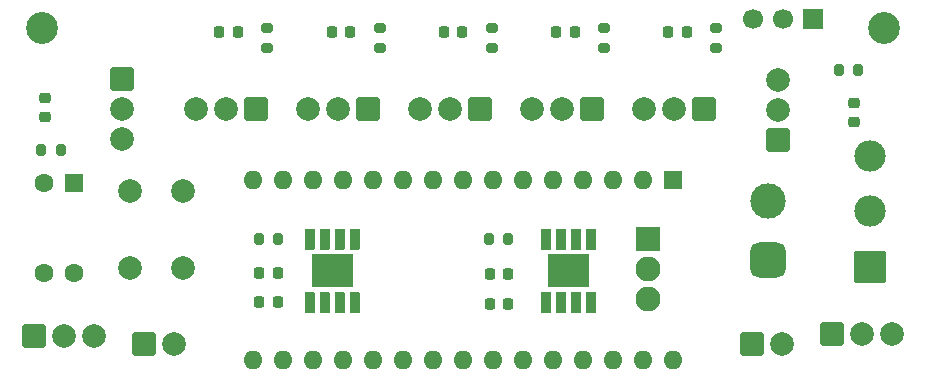
<source format=gbr>
%TF.GenerationSoftware,KiCad,Pcbnew,9.0.2*%
%TF.CreationDate,2025-10-02T13:21:22-04:00*%
%TF.ProjectId,Slippi,536c6970-7069-42e6-9b69-6361645f7063,rev?*%
%TF.SameCoordinates,Original*%
%TF.FileFunction,Soldermask,Top*%
%TF.FilePolarity,Negative*%
%FSLAX46Y46*%
G04 Gerber Fmt 4.6, Leading zero omitted, Abs format (unit mm)*
G04 Created by KiCad (PCBNEW 9.0.2) date 2025-10-02 13:21:22*
%MOMM*%
%LPD*%
G01*
G04 APERTURE LIST*
G04 Aperture macros list*
%AMRoundRect*
0 Rectangle with rounded corners*
0 $1 Rounding radius*
0 $2 $3 $4 $5 $6 $7 $8 $9 X,Y pos of 4 corners*
0 Add a 4 corners polygon primitive as box body*
4,1,4,$2,$3,$4,$5,$6,$7,$8,$9,$2,$3,0*
0 Add four circle primitives for the rounded corners*
1,1,$1+$1,$2,$3*
1,1,$1+$1,$4,$5*
1,1,$1+$1,$6,$7*
1,1,$1+$1,$8,$9*
0 Add four rect primitives between the rounded corners*
20,1,$1+$1,$2,$3,$4,$5,0*
20,1,$1+$1,$4,$5,$6,$7,0*
20,1,$1+$1,$6,$7,$8,$9,0*
20,1,$1+$1,$8,$9,$2,$3,0*%
G04 Aperture macros list end*
%ADD10C,0.010000*%
%ADD11RoundRect,0.200000X0.275000X-0.200000X0.275000X0.200000X-0.275000X0.200000X-0.275000X-0.200000X0*%
%ADD12RoundRect,0.250000X0.750000X-0.750000X0.750000X0.750000X-0.750000X0.750000X-0.750000X-0.750000X0*%
%ADD13C,2.000000*%
%ADD14RoundRect,0.200000X-0.200000X-0.275000X0.200000X-0.275000X0.200000X0.275000X-0.200000X0.275000X0*%
%ADD15RoundRect,0.250000X0.750000X0.750000X-0.750000X0.750000X-0.750000X-0.750000X0.750000X-0.750000X0*%
%ADD16RoundRect,0.250000X-0.750000X-0.750000X0.750000X-0.750000X0.750000X0.750000X-0.750000X0.750000X0*%
%ADD17RoundRect,0.218750X-0.218750X-0.256250X0.218750X-0.256250X0.218750X0.256250X-0.218750X0.256250X0*%
%ADD18R,1.600000X1.600000*%
%ADD19O,1.600000X1.600000*%
%ADD20RoundRect,0.225000X0.225000X0.250000X-0.225000X0.250000X-0.225000X-0.250000X0.225000X-0.250000X0*%
%ADD21RoundRect,0.250000X-0.550000X0.550000X-0.550000X-0.550000X0.550000X-0.550000X0.550000X0.550000X0*%
%ADD22C,1.600000*%
%ADD23RoundRect,0.218750X0.256250X-0.218750X0.256250X0.218750X-0.256250X0.218750X-0.256250X-0.218750X0*%
%ADD24RoundRect,0.250000X-0.750000X0.750000X-0.750000X-0.750000X0.750000X-0.750000X0.750000X0.750000X0*%
%ADD25R,1.700000X1.700000*%
%ADD26C,1.700000*%
%ADD27RoundRect,0.750000X0.750000X-0.750000X0.750000X0.750000X-0.750000X0.750000X-0.750000X-0.750000X0*%
%ADD28C,3.000000*%
%ADD29C,2.700000*%
%ADD30RoundRect,0.200000X0.200000X0.275000X-0.200000X0.275000X-0.200000X-0.275000X0.200000X-0.275000X0*%
%ADD31RoundRect,0.218750X-0.256250X0.218750X-0.256250X-0.218750X0.256250X-0.218750X0.256250X0.218750X0*%
%ADD32RoundRect,0.102000X1.225000X1.225000X-1.225000X1.225000X-1.225000X-1.225000X1.225000X-1.225000X0*%
%ADD33C,2.654000*%
%ADD34RoundRect,0.102000X-0.955000X0.955000X-0.955000X-0.955000X0.955000X-0.955000X0.955000X0.955000X0*%
%ADD35C,2.114000*%
G04 APERTURE END LIST*
D10*
%TO.C,U1*%
X98645000Y-82555000D02*
X95245000Y-82555000D01*
X95245000Y-79845000D01*
X98645000Y-79845000D01*
X98645000Y-82555000D01*
G36*
X98645000Y-82555000D02*
G01*
X95245000Y-82555000D01*
X95245000Y-79845000D01*
X98645000Y-79845000D01*
X98645000Y-82555000D01*
G37*
X95368000Y-77656000D02*
X95370000Y-77656000D01*
X95373000Y-77657000D01*
X95375000Y-77657000D01*
X95378000Y-77658000D01*
X95380000Y-77659000D01*
X95383000Y-77660000D01*
X95385000Y-77662000D01*
X95387000Y-77663000D01*
X95389000Y-77665000D01*
X95391000Y-77666000D01*
X95393000Y-77668000D01*
X95395000Y-77670000D01*
X95397000Y-77672000D01*
X95399000Y-77674000D01*
X95400000Y-77676000D01*
X95402000Y-77678000D01*
X95403000Y-77680000D01*
X95405000Y-77682000D01*
X95406000Y-77685000D01*
X95407000Y-77687000D01*
X95408000Y-77690000D01*
X95408000Y-77692000D01*
X95409000Y-77695000D01*
X95409000Y-77697000D01*
X95410000Y-77700000D01*
X95410000Y-77702000D01*
X95410000Y-77705000D01*
X95410000Y-79295000D01*
X95410000Y-79298000D01*
X95410000Y-79300000D01*
X95409000Y-79303000D01*
X95409000Y-79305000D01*
X95408000Y-79308000D01*
X95408000Y-79310000D01*
X95407000Y-79313000D01*
X95406000Y-79315000D01*
X95405000Y-79318000D01*
X95403000Y-79320000D01*
X95402000Y-79322000D01*
X95400000Y-79324000D01*
X95399000Y-79326000D01*
X95397000Y-79328000D01*
X95395000Y-79330000D01*
X95393000Y-79332000D01*
X95391000Y-79334000D01*
X95389000Y-79335000D01*
X95387000Y-79337000D01*
X95385000Y-79338000D01*
X95383000Y-79340000D01*
X95380000Y-79341000D01*
X95378000Y-79342000D01*
X95375000Y-79343000D01*
X95373000Y-79343000D01*
X95370000Y-79344000D01*
X95368000Y-79344000D01*
X95365000Y-79345000D01*
X95363000Y-79345000D01*
X95360000Y-79345000D01*
X94720000Y-79345000D01*
X94717000Y-79345000D01*
X94715000Y-79345000D01*
X94712000Y-79344000D01*
X94710000Y-79344000D01*
X94707000Y-79343000D01*
X94705000Y-79343000D01*
X94702000Y-79342000D01*
X94700000Y-79341000D01*
X94697000Y-79340000D01*
X94695000Y-79338000D01*
X94693000Y-79337000D01*
X94691000Y-79335000D01*
X94689000Y-79334000D01*
X94687000Y-79332000D01*
X94685000Y-79330000D01*
X94683000Y-79328000D01*
X94681000Y-79326000D01*
X94680000Y-79324000D01*
X94678000Y-79322000D01*
X94677000Y-79320000D01*
X94675000Y-79318000D01*
X94674000Y-79315000D01*
X94673000Y-79313000D01*
X94672000Y-79310000D01*
X94672000Y-79308000D01*
X94671000Y-79305000D01*
X94671000Y-79303000D01*
X94670000Y-79300000D01*
X94670000Y-79298000D01*
X94670000Y-79295000D01*
X94670000Y-77705000D01*
X94670000Y-77702000D01*
X94670000Y-77700000D01*
X94671000Y-77697000D01*
X94671000Y-77695000D01*
X94672000Y-77692000D01*
X94672000Y-77690000D01*
X94673000Y-77687000D01*
X94674000Y-77685000D01*
X94675000Y-77682000D01*
X94677000Y-77680000D01*
X94678000Y-77678000D01*
X94680000Y-77676000D01*
X94681000Y-77674000D01*
X94683000Y-77672000D01*
X94685000Y-77670000D01*
X94687000Y-77668000D01*
X94689000Y-77666000D01*
X94691000Y-77665000D01*
X94693000Y-77663000D01*
X94695000Y-77662000D01*
X94697000Y-77660000D01*
X94700000Y-77659000D01*
X94702000Y-77658000D01*
X94705000Y-77657000D01*
X94707000Y-77657000D01*
X94710000Y-77656000D01*
X94712000Y-77656000D01*
X94715000Y-77655000D01*
X94717000Y-77655000D01*
X94720000Y-77655000D01*
X95360000Y-77655000D01*
X95363000Y-77655000D01*
X95365000Y-77655000D01*
X95368000Y-77656000D01*
G36*
X95368000Y-77656000D02*
G01*
X95370000Y-77656000D01*
X95373000Y-77657000D01*
X95375000Y-77657000D01*
X95378000Y-77658000D01*
X95380000Y-77659000D01*
X95383000Y-77660000D01*
X95385000Y-77662000D01*
X95387000Y-77663000D01*
X95389000Y-77665000D01*
X95391000Y-77666000D01*
X95393000Y-77668000D01*
X95395000Y-77670000D01*
X95397000Y-77672000D01*
X95399000Y-77674000D01*
X95400000Y-77676000D01*
X95402000Y-77678000D01*
X95403000Y-77680000D01*
X95405000Y-77682000D01*
X95406000Y-77685000D01*
X95407000Y-77687000D01*
X95408000Y-77690000D01*
X95408000Y-77692000D01*
X95409000Y-77695000D01*
X95409000Y-77697000D01*
X95410000Y-77700000D01*
X95410000Y-77702000D01*
X95410000Y-77705000D01*
X95410000Y-79295000D01*
X95410000Y-79298000D01*
X95410000Y-79300000D01*
X95409000Y-79303000D01*
X95409000Y-79305000D01*
X95408000Y-79308000D01*
X95408000Y-79310000D01*
X95407000Y-79313000D01*
X95406000Y-79315000D01*
X95405000Y-79318000D01*
X95403000Y-79320000D01*
X95402000Y-79322000D01*
X95400000Y-79324000D01*
X95399000Y-79326000D01*
X95397000Y-79328000D01*
X95395000Y-79330000D01*
X95393000Y-79332000D01*
X95391000Y-79334000D01*
X95389000Y-79335000D01*
X95387000Y-79337000D01*
X95385000Y-79338000D01*
X95383000Y-79340000D01*
X95380000Y-79341000D01*
X95378000Y-79342000D01*
X95375000Y-79343000D01*
X95373000Y-79343000D01*
X95370000Y-79344000D01*
X95368000Y-79344000D01*
X95365000Y-79345000D01*
X95363000Y-79345000D01*
X95360000Y-79345000D01*
X94720000Y-79345000D01*
X94717000Y-79345000D01*
X94715000Y-79345000D01*
X94712000Y-79344000D01*
X94710000Y-79344000D01*
X94707000Y-79343000D01*
X94705000Y-79343000D01*
X94702000Y-79342000D01*
X94700000Y-79341000D01*
X94697000Y-79340000D01*
X94695000Y-79338000D01*
X94693000Y-79337000D01*
X94691000Y-79335000D01*
X94689000Y-79334000D01*
X94687000Y-79332000D01*
X94685000Y-79330000D01*
X94683000Y-79328000D01*
X94681000Y-79326000D01*
X94680000Y-79324000D01*
X94678000Y-79322000D01*
X94677000Y-79320000D01*
X94675000Y-79318000D01*
X94674000Y-79315000D01*
X94673000Y-79313000D01*
X94672000Y-79310000D01*
X94672000Y-79308000D01*
X94671000Y-79305000D01*
X94671000Y-79303000D01*
X94670000Y-79300000D01*
X94670000Y-79298000D01*
X94670000Y-79295000D01*
X94670000Y-77705000D01*
X94670000Y-77702000D01*
X94670000Y-77700000D01*
X94671000Y-77697000D01*
X94671000Y-77695000D01*
X94672000Y-77692000D01*
X94672000Y-77690000D01*
X94673000Y-77687000D01*
X94674000Y-77685000D01*
X94675000Y-77682000D01*
X94677000Y-77680000D01*
X94678000Y-77678000D01*
X94680000Y-77676000D01*
X94681000Y-77674000D01*
X94683000Y-77672000D01*
X94685000Y-77670000D01*
X94687000Y-77668000D01*
X94689000Y-77666000D01*
X94691000Y-77665000D01*
X94693000Y-77663000D01*
X94695000Y-77662000D01*
X94697000Y-77660000D01*
X94700000Y-77659000D01*
X94702000Y-77658000D01*
X94705000Y-77657000D01*
X94707000Y-77657000D01*
X94710000Y-77656000D01*
X94712000Y-77656000D01*
X94715000Y-77655000D01*
X94717000Y-77655000D01*
X94720000Y-77655000D01*
X95360000Y-77655000D01*
X95363000Y-77655000D01*
X95365000Y-77655000D01*
X95368000Y-77656000D01*
G37*
X95368000Y-83056000D02*
X95370000Y-83056000D01*
X95373000Y-83057000D01*
X95375000Y-83057000D01*
X95378000Y-83058000D01*
X95380000Y-83059000D01*
X95383000Y-83060000D01*
X95385000Y-83062000D01*
X95387000Y-83063000D01*
X95389000Y-83065000D01*
X95391000Y-83066000D01*
X95393000Y-83068000D01*
X95395000Y-83070000D01*
X95397000Y-83072000D01*
X95399000Y-83074000D01*
X95400000Y-83076000D01*
X95402000Y-83078000D01*
X95403000Y-83080000D01*
X95405000Y-83082000D01*
X95406000Y-83085000D01*
X95407000Y-83087000D01*
X95408000Y-83090000D01*
X95408000Y-83092000D01*
X95409000Y-83095000D01*
X95409000Y-83097000D01*
X95410000Y-83100000D01*
X95410000Y-83102000D01*
X95410000Y-83105000D01*
X95410000Y-84695000D01*
X95410000Y-84698000D01*
X95410000Y-84700000D01*
X95409000Y-84703000D01*
X95409000Y-84705000D01*
X95408000Y-84708000D01*
X95408000Y-84710000D01*
X95407000Y-84713000D01*
X95406000Y-84715000D01*
X95405000Y-84718000D01*
X95403000Y-84720000D01*
X95402000Y-84722000D01*
X95400000Y-84724000D01*
X95399000Y-84726000D01*
X95397000Y-84728000D01*
X95395000Y-84730000D01*
X95393000Y-84732000D01*
X95391000Y-84734000D01*
X95389000Y-84735000D01*
X95387000Y-84737000D01*
X95385000Y-84738000D01*
X95383000Y-84740000D01*
X95380000Y-84741000D01*
X95378000Y-84742000D01*
X95375000Y-84743000D01*
X95373000Y-84743000D01*
X95370000Y-84744000D01*
X95368000Y-84744000D01*
X95365000Y-84745000D01*
X95363000Y-84745000D01*
X95360000Y-84745000D01*
X94720000Y-84745000D01*
X94717000Y-84745000D01*
X94715000Y-84745000D01*
X94712000Y-84744000D01*
X94710000Y-84744000D01*
X94707000Y-84743000D01*
X94705000Y-84743000D01*
X94702000Y-84742000D01*
X94700000Y-84741000D01*
X94697000Y-84740000D01*
X94695000Y-84738000D01*
X94693000Y-84737000D01*
X94691000Y-84735000D01*
X94689000Y-84734000D01*
X94687000Y-84732000D01*
X94685000Y-84730000D01*
X94683000Y-84728000D01*
X94681000Y-84726000D01*
X94680000Y-84724000D01*
X94678000Y-84722000D01*
X94677000Y-84720000D01*
X94675000Y-84718000D01*
X94674000Y-84715000D01*
X94673000Y-84713000D01*
X94672000Y-84710000D01*
X94672000Y-84708000D01*
X94671000Y-84705000D01*
X94671000Y-84703000D01*
X94670000Y-84700000D01*
X94670000Y-84698000D01*
X94670000Y-84695000D01*
X94670000Y-83105000D01*
X94670000Y-83102000D01*
X94670000Y-83100000D01*
X94671000Y-83097000D01*
X94671000Y-83095000D01*
X94672000Y-83092000D01*
X94672000Y-83090000D01*
X94673000Y-83087000D01*
X94674000Y-83085000D01*
X94675000Y-83082000D01*
X94677000Y-83080000D01*
X94678000Y-83078000D01*
X94680000Y-83076000D01*
X94681000Y-83074000D01*
X94683000Y-83072000D01*
X94685000Y-83070000D01*
X94687000Y-83068000D01*
X94689000Y-83066000D01*
X94691000Y-83065000D01*
X94693000Y-83063000D01*
X94695000Y-83062000D01*
X94697000Y-83060000D01*
X94700000Y-83059000D01*
X94702000Y-83058000D01*
X94705000Y-83057000D01*
X94707000Y-83057000D01*
X94710000Y-83056000D01*
X94712000Y-83056000D01*
X94715000Y-83055000D01*
X94717000Y-83055000D01*
X94720000Y-83055000D01*
X95360000Y-83055000D01*
X95363000Y-83055000D01*
X95365000Y-83055000D01*
X95368000Y-83056000D01*
G36*
X95368000Y-83056000D02*
G01*
X95370000Y-83056000D01*
X95373000Y-83057000D01*
X95375000Y-83057000D01*
X95378000Y-83058000D01*
X95380000Y-83059000D01*
X95383000Y-83060000D01*
X95385000Y-83062000D01*
X95387000Y-83063000D01*
X95389000Y-83065000D01*
X95391000Y-83066000D01*
X95393000Y-83068000D01*
X95395000Y-83070000D01*
X95397000Y-83072000D01*
X95399000Y-83074000D01*
X95400000Y-83076000D01*
X95402000Y-83078000D01*
X95403000Y-83080000D01*
X95405000Y-83082000D01*
X95406000Y-83085000D01*
X95407000Y-83087000D01*
X95408000Y-83090000D01*
X95408000Y-83092000D01*
X95409000Y-83095000D01*
X95409000Y-83097000D01*
X95410000Y-83100000D01*
X95410000Y-83102000D01*
X95410000Y-83105000D01*
X95410000Y-84695000D01*
X95410000Y-84698000D01*
X95410000Y-84700000D01*
X95409000Y-84703000D01*
X95409000Y-84705000D01*
X95408000Y-84708000D01*
X95408000Y-84710000D01*
X95407000Y-84713000D01*
X95406000Y-84715000D01*
X95405000Y-84718000D01*
X95403000Y-84720000D01*
X95402000Y-84722000D01*
X95400000Y-84724000D01*
X95399000Y-84726000D01*
X95397000Y-84728000D01*
X95395000Y-84730000D01*
X95393000Y-84732000D01*
X95391000Y-84734000D01*
X95389000Y-84735000D01*
X95387000Y-84737000D01*
X95385000Y-84738000D01*
X95383000Y-84740000D01*
X95380000Y-84741000D01*
X95378000Y-84742000D01*
X95375000Y-84743000D01*
X95373000Y-84743000D01*
X95370000Y-84744000D01*
X95368000Y-84744000D01*
X95365000Y-84745000D01*
X95363000Y-84745000D01*
X95360000Y-84745000D01*
X94720000Y-84745000D01*
X94717000Y-84745000D01*
X94715000Y-84745000D01*
X94712000Y-84744000D01*
X94710000Y-84744000D01*
X94707000Y-84743000D01*
X94705000Y-84743000D01*
X94702000Y-84742000D01*
X94700000Y-84741000D01*
X94697000Y-84740000D01*
X94695000Y-84738000D01*
X94693000Y-84737000D01*
X94691000Y-84735000D01*
X94689000Y-84734000D01*
X94687000Y-84732000D01*
X94685000Y-84730000D01*
X94683000Y-84728000D01*
X94681000Y-84726000D01*
X94680000Y-84724000D01*
X94678000Y-84722000D01*
X94677000Y-84720000D01*
X94675000Y-84718000D01*
X94674000Y-84715000D01*
X94673000Y-84713000D01*
X94672000Y-84710000D01*
X94672000Y-84708000D01*
X94671000Y-84705000D01*
X94671000Y-84703000D01*
X94670000Y-84700000D01*
X94670000Y-84698000D01*
X94670000Y-84695000D01*
X94670000Y-83105000D01*
X94670000Y-83102000D01*
X94670000Y-83100000D01*
X94671000Y-83097000D01*
X94671000Y-83095000D01*
X94672000Y-83092000D01*
X94672000Y-83090000D01*
X94673000Y-83087000D01*
X94674000Y-83085000D01*
X94675000Y-83082000D01*
X94677000Y-83080000D01*
X94678000Y-83078000D01*
X94680000Y-83076000D01*
X94681000Y-83074000D01*
X94683000Y-83072000D01*
X94685000Y-83070000D01*
X94687000Y-83068000D01*
X94689000Y-83066000D01*
X94691000Y-83065000D01*
X94693000Y-83063000D01*
X94695000Y-83062000D01*
X94697000Y-83060000D01*
X94700000Y-83059000D01*
X94702000Y-83058000D01*
X94705000Y-83057000D01*
X94707000Y-83057000D01*
X94710000Y-83056000D01*
X94712000Y-83056000D01*
X94715000Y-83055000D01*
X94717000Y-83055000D01*
X94720000Y-83055000D01*
X95360000Y-83055000D01*
X95363000Y-83055000D01*
X95365000Y-83055000D01*
X95368000Y-83056000D01*
G37*
X96638000Y-77656000D02*
X96640000Y-77656000D01*
X96643000Y-77657000D01*
X96645000Y-77657000D01*
X96648000Y-77658000D01*
X96650000Y-77659000D01*
X96653000Y-77660000D01*
X96655000Y-77662000D01*
X96657000Y-77663000D01*
X96659000Y-77665000D01*
X96661000Y-77666000D01*
X96663000Y-77668000D01*
X96665000Y-77670000D01*
X96667000Y-77672000D01*
X96669000Y-77674000D01*
X96670000Y-77676000D01*
X96672000Y-77678000D01*
X96673000Y-77680000D01*
X96675000Y-77682000D01*
X96676000Y-77685000D01*
X96677000Y-77687000D01*
X96678000Y-77690000D01*
X96678000Y-77692000D01*
X96679000Y-77695000D01*
X96679000Y-77697000D01*
X96680000Y-77700000D01*
X96680000Y-77702000D01*
X96680000Y-77705000D01*
X96680000Y-79295000D01*
X96680000Y-79298000D01*
X96680000Y-79300000D01*
X96679000Y-79303000D01*
X96679000Y-79305000D01*
X96678000Y-79308000D01*
X96678000Y-79310000D01*
X96677000Y-79313000D01*
X96676000Y-79315000D01*
X96675000Y-79318000D01*
X96673000Y-79320000D01*
X96672000Y-79322000D01*
X96670000Y-79324000D01*
X96669000Y-79326000D01*
X96667000Y-79328000D01*
X96665000Y-79330000D01*
X96663000Y-79332000D01*
X96661000Y-79334000D01*
X96659000Y-79335000D01*
X96657000Y-79337000D01*
X96655000Y-79338000D01*
X96653000Y-79340000D01*
X96650000Y-79341000D01*
X96648000Y-79342000D01*
X96645000Y-79343000D01*
X96643000Y-79343000D01*
X96640000Y-79344000D01*
X96638000Y-79344000D01*
X96635000Y-79345000D01*
X96633000Y-79345000D01*
X96630000Y-79345000D01*
X95990000Y-79345000D01*
X95987000Y-79345000D01*
X95985000Y-79345000D01*
X95982000Y-79344000D01*
X95980000Y-79344000D01*
X95977000Y-79343000D01*
X95975000Y-79343000D01*
X95972000Y-79342000D01*
X95970000Y-79341000D01*
X95967000Y-79340000D01*
X95965000Y-79338000D01*
X95963000Y-79337000D01*
X95961000Y-79335000D01*
X95959000Y-79334000D01*
X95957000Y-79332000D01*
X95955000Y-79330000D01*
X95953000Y-79328000D01*
X95951000Y-79326000D01*
X95950000Y-79324000D01*
X95948000Y-79322000D01*
X95947000Y-79320000D01*
X95945000Y-79318000D01*
X95944000Y-79315000D01*
X95943000Y-79313000D01*
X95942000Y-79310000D01*
X95942000Y-79308000D01*
X95941000Y-79305000D01*
X95941000Y-79303000D01*
X95940000Y-79300000D01*
X95940000Y-79298000D01*
X95940000Y-79295000D01*
X95940000Y-77705000D01*
X95940000Y-77702000D01*
X95940000Y-77700000D01*
X95941000Y-77697000D01*
X95941000Y-77695000D01*
X95942000Y-77692000D01*
X95942000Y-77690000D01*
X95943000Y-77687000D01*
X95944000Y-77685000D01*
X95945000Y-77682000D01*
X95947000Y-77680000D01*
X95948000Y-77678000D01*
X95950000Y-77676000D01*
X95951000Y-77674000D01*
X95953000Y-77672000D01*
X95955000Y-77670000D01*
X95957000Y-77668000D01*
X95959000Y-77666000D01*
X95961000Y-77665000D01*
X95963000Y-77663000D01*
X95965000Y-77662000D01*
X95967000Y-77660000D01*
X95970000Y-77659000D01*
X95972000Y-77658000D01*
X95975000Y-77657000D01*
X95977000Y-77657000D01*
X95980000Y-77656000D01*
X95982000Y-77656000D01*
X95985000Y-77655000D01*
X95987000Y-77655000D01*
X95990000Y-77655000D01*
X96630000Y-77655000D01*
X96633000Y-77655000D01*
X96635000Y-77655000D01*
X96638000Y-77656000D01*
G36*
X96638000Y-77656000D02*
G01*
X96640000Y-77656000D01*
X96643000Y-77657000D01*
X96645000Y-77657000D01*
X96648000Y-77658000D01*
X96650000Y-77659000D01*
X96653000Y-77660000D01*
X96655000Y-77662000D01*
X96657000Y-77663000D01*
X96659000Y-77665000D01*
X96661000Y-77666000D01*
X96663000Y-77668000D01*
X96665000Y-77670000D01*
X96667000Y-77672000D01*
X96669000Y-77674000D01*
X96670000Y-77676000D01*
X96672000Y-77678000D01*
X96673000Y-77680000D01*
X96675000Y-77682000D01*
X96676000Y-77685000D01*
X96677000Y-77687000D01*
X96678000Y-77690000D01*
X96678000Y-77692000D01*
X96679000Y-77695000D01*
X96679000Y-77697000D01*
X96680000Y-77700000D01*
X96680000Y-77702000D01*
X96680000Y-77705000D01*
X96680000Y-79295000D01*
X96680000Y-79298000D01*
X96680000Y-79300000D01*
X96679000Y-79303000D01*
X96679000Y-79305000D01*
X96678000Y-79308000D01*
X96678000Y-79310000D01*
X96677000Y-79313000D01*
X96676000Y-79315000D01*
X96675000Y-79318000D01*
X96673000Y-79320000D01*
X96672000Y-79322000D01*
X96670000Y-79324000D01*
X96669000Y-79326000D01*
X96667000Y-79328000D01*
X96665000Y-79330000D01*
X96663000Y-79332000D01*
X96661000Y-79334000D01*
X96659000Y-79335000D01*
X96657000Y-79337000D01*
X96655000Y-79338000D01*
X96653000Y-79340000D01*
X96650000Y-79341000D01*
X96648000Y-79342000D01*
X96645000Y-79343000D01*
X96643000Y-79343000D01*
X96640000Y-79344000D01*
X96638000Y-79344000D01*
X96635000Y-79345000D01*
X96633000Y-79345000D01*
X96630000Y-79345000D01*
X95990000Y-79345000D01*
X95987000Y-79345000D01*
X95985000Y-79345000D01*
X95982000Y-79344000D01*
X95980000Y-79344000D01*
X95977000Y-79343000D01*
X95975000Y-79343000D01*
X95972000Y-79342000D01*
X95970000Y-79341000D01*
X95967000Y-79340000D01*
X95965000Y-79338000D01*
X95963000Y-79337000D01*
X95961000Y-79335000D01*
X95959000Y-79334000D01*
X95957000Y-79332000D01*
X95955000Y-79330000D01*
X95953000Y-79328000D01*
X95951000Y-79326000D01*
X95950000Y-79324000D01*
X95948000Y-79322000D01*
X95947000Y-79320000D01*
X95945000Y-79318000D01*
X95944000Y-79315000D01*
X95943000Y-79313000D01*
X95942000Y-79310000D01*
X95942000Y-79308000D01*
X95941000Y-79305000D01*
X95941000Y-79303000D01*
X95940000Y-79300000D01*
X95940000Y-79298000D01*
X95940000Y-79295000D01*
X95940000Y-77705000D01*
X95940000Y-77702000D01*
X95940000Y-77700000D01*
X95941000Y-77697000D01*
X95941000Y-77695000D01*
X95942000Y-77692000D01*
X95942000Y-77690000D01*
X95943000Y-77687000D01*
X95944000Y-77685000D01*
X95945000Y-77682000D01*
X95947000Y-77680000D01*
X95948000Y-77678000D01*
X95950000Y-77676000D01*
X95951000Y-77674000D01*
X95953000Y-77672000D01*
X95955000Y-77670000D01*
X95957000Y-77668000D01*
X95959000Y-77666000D01*
X95961000Y-77665000D01*
X95963000Y-77663000D01*
X95965000Y-77662000D01*
X95967000Y-77660000D01*
X95970000Y-77659000D01*
X95972000Y-77658000D01*
X95975000Y-77657000D01*
X95977000Y-77657000D01*
X95980000Y-77656000D01*
X95982000Y-77656000D01*
X95985000Y-77655000D01*
X95987000Y-77655000D01*
X95990000Y-77655000D01*
X96630000Y-77655000D01*
X96633000Y-77655000D01*
X96635000Y-77655000D01*
X96638000Y-77656000D01*
G37*
X96638000Y-83056000D02*
X96640000Y-83056000D01*
X96643000Y-83057000D01*
X96645000Y-83057000D01*
X96648000Y-83058000D01*
X96650000Y-83059000D01*
X96653000Y-83060000D01*
X96655000Y-83062000D01*
X96657000Y-83063000D01*
X96659000Y-83065000D01*
X96661000Y-83066000D01*
X96663000Y-83068000D01*
X96665000Y-83070000D01*
X96667000Y-83072000D01*
X96669000Y-83074000D01*
X96670000Y-83076000D01*
X96672000Y-83078000D01*
X96673000Y-83080000D01*
X96675000Y-83082000D01*
X96676000Y-83085000D01*
X96677000Y-83087000D01*
X96678000Y-83090000D01*
X96678000Y-83092000D01*
X96679000Y-83095000D01*
X96679000Y-83097000D01*
X96680000Y-83100000D01*
X96680000Y-83102000D01*
X96680000Y-83105000D01*
X96680000Y-84695000D01*
X96680000Y-84698000D01*
X96680000Y-84700000D01*
X96679000Y-84703000D01*
X96679000Y-84705000D01*
X96678000Y-84708000D01*
X96678000Y-84710000D01*
X96677000Y-84713000D01*
X96676000Y-84715000D01*
X96675000Y-84718000D01*
X96673000Y-84720000D01*
X96672000Y-84722000D01*
X96670000Y-84724000D01*
X96669000Y-84726000D01*
X96667000Y-84728000D01*
X96665000Y-84730000D01*
X96663000Y-84732000D01*
X96661000Y-84734000D01*
X96659000Y-84735000D01*
X96657000Y-84737000D01*
X96655000Y-84738000D01*
X96653000Y-84740000D01*
X96650000Y-84741000D01*
X96648000Y-84742000D01*
X96645000Y-84743000D01*
X96643000Y-84743000D01*
X96640000Y-84744000D01*
X96638000Y-84744000D01*
X96635000Y-84745000D01*
X96633000Y-84745000D01*
X96630000Y-84745000D01*
X95990000Y-84745000D01*
X95987000Y-84745000D01*
X95985000Y-84745000D01*
X95982000Y-84744000D01*
X95980000Y-84744000D01*
X95977000Y-84743000D01*
X95975000Y-84743000D01*
X95972000Y-84742000D01*
X95970000Y-84741000D01*
X95967000Y-84740000D01*
X95965000Y-84738000D01*
X95963000Y-84737000D01*
X95961000Y-84735000D01*
X95959000Y-84734000D01*
X95957000Y-84732000D01*
X95955000Y-84730000D01*
X95953000Y-84728000D01*
X95951000Y-84726000D01*
X95950000Y-84724000D01*
X95948000Y-84722000D01*
X95947000Y-84720000D01*
X95945000Y-84718000D01*
X95944000Y-84715000D01*
X95943000Y-84713000D01*
X95942000Y-84710000D01*
X95942000Y-84708000D01*
X95941000Y-84705000D01*
X95941000Y-84703000D01*
X95940000Y-84700000D01*
X95940000Y-84698000D01*
X95940000Y-84695000D01*
X95940000Y-83105000D01*
X95940000Y-83102000D01*
X95940000Y-83100000D01*
X95941000Y-83097000D01*
X95941000Y-83095000D01*
X95942000Y-83092000D01*
X95942000Y-83090000D01*
X95943000Y-83087000D01*
X95944000Y-83085000D01*
X95945000Y-83082000D01*
X95947000Y-83080000D01*
X95948000Y-83078000D01*
X95950000Y-83076000D01*
X95951000Y-83074000D01*
X95953000Y-83072000D01*
X95955000Y-83070000D01*
X95957000Y-83068000D01*
X95959000Y-83066000D01*
X95961000Y-83065000D01*
X95963000Y-83063000D01*
X95965000Y-83062000D01*
X95967000Y-83060000D01*
X95970000Y-83059000D01*
X95972000Y-83058000D01*
X95975000Y-83057000D01*
X95977000Y-83057000D01*
X95980000Y-83056000D01*
X95982000Y-83056000D01*
X95985000Y-83055000D01*
X95987000Y-83055000D01*
X95990000Y-83055000D01*
X96630000Y-83055000D01*
X96633000Y-83055000D01*
X96635000Y-83055000D01*
X96638000Y-83056000D01*
G36*
X96638000Y-83056000D02*
G01*
X96640000Y-83056000D01*
X96643000Y-83057000D01*
X96645000Y-83057000D01*
X96648000Y-83058000D01*
X96650000Y-83059000D01*
X96653000Y-83060000D01*
X96655000Y-83062000D01*
X96657000Y-83063000D01*
X96659000Y-83065000D01*
X96661000Y-83066000D01*
X96663000Y-83068000D01*
X96665000Y-83070000D01*
X96667000Y-83072000D01*
X96669000Y-83074000D01*
X96670000Y-83076000D01*
X96672000Y-83078000D01*
X96673000Y-83080000D01*
X96675000Y-83082000D01*
X96676000Y-83085000D01*
X96677000Y-83087000D01*
X96678000Y-83090000D01*
X96678000Y-83092000D01*
X96679000Y-83095000D01*
X96679000Y-83097000D01*
X96680000Y-83100000D01*
X96680000Y-83102000D01*
X96680000Y-83105000D01*
X96680000Y-84695000D01*
X96680000Y-84698000D01*
X96680000Y-84700000D01*
X96679000Y-84703000D01*
X96679000Y-84705000D01*
X96678000Y-84708000D01*
X96678000Y-84710000D01*
X96677000Y-84713000D01*
X96676000Y-84715000D01*
X96675000Y-84718000D01*
X96673000Y-84720000D01*
X96672000Y-84722000D01*
X96670000Y-84724000D01*
X96669000Y-84726000D01*
X96667000Y-84728000D01*
X96665000Y-84730000D01*
X96663000Y-84732000D01*
X96661000Y-84734000D01*
X96659000Y-84735000D01*
X96657000Y-84737000D01*
X96655000Y-84738000D01*
X96653000Y-84740000D01*
X96650000Y-84741000D01*
X96648000Y-84742000D01*
X96645000Y-84743000D01*
X96643000Y-84743000D01*
X96640000Y-84744000D01*
X96638000Y-84744000D01*
X96635000Y-84745000D01*
X96633000Y-84745000D01*
X96630000Y-84745000D01*
X95990000Y-84745000D01*
X95987000Y-84745000D01*
X95985000Y-84745000D01*
X95982000Y-84744000D01*
X95980000Y-84744000D01*
X95977000Y-84743000D01*
X95975000Y-84743000D01*
X95972000Y-84742000D01*
X95970000Y-84741000D01*
X95967000Y-84740000D01*
X95965000Y-84738000D01*
X95963000Y-84737000D01*
X95961000Y-84735000D01*
X95959000Y-84734000D01*
X95957000Y-84732000D01*
X95955000Y-84730000D01*
X95953000Y-84728000D01*
X95951000Y-84726000D01*
X95950000Y-84724000D01*
X95948000Y-84722000D01*
X95947000Y-84720000D01*
X95945000Y-84718000D01*
X95944000Y-84715000D01*
X95943000Y-84713000D01*
X95942000Y-84710000D01*
X95942000Y-84708000D01*
X95941000Y-84705000D01*
X95941000Y-84703000D01*
X95940000Y-84700000D01*
X95940000Y-84698000D01*
X95940000Y-84695000D01*
X95940000Y-83105000D01*
X95940000Y-83102000D01*
X95940000Y-83100000D01*
X95941000Y-83097000D01*
X95941000Y-83095000D01*
X95942000Y-83092000D01*
X95942000Y-83090000D01*
X95943000Y-83087000D01*
X95944000Y-83085000D01*
X95945000Y-83082000D01*
X95947000Y-83080000D01*
X95948000Y-83078000D01*
X95950000Y-83076000D01*
X95951000Y-83074000D01*
X95953000Y-83072000D01*
X95955000Y-83070000D01*
X95957000Y-83068000D01*
X95959000Y-83066000D01*
X95961000Y-83065000D01*
X95963000Y-83063000D01*
X95965000Y-83062000D01*
X95967000Y-83060000D01*
X95970000Y-83059000D01*
X95972000Y-83058000D01*
X95975000Y-83057000D01*
X95977000Y-83057000D01*
X95980000Y-83056000D01*
X95982000Y-83056000D01*
X95985000Y-83055000D01*
X95987000Y-83055000D01*
X95990000Y-83055000D01*
X96630000Y-83055000D01*
X96633000Y-83055000D01*
X96635000Y-83055000D01*
X96638000Y-83056000D01*
G37*
X97908000Y-77656000D02*
X97910000Y-77656000D01*
X97913000Y-77657000D01*
X97915000Y-77657000D01*
X97918000Y-77658000D01*
X97920000Y-77659000D01*
X97923000Y-77660000D01*
X97925000Y-77662000D01*
X97927000Y-77663000D01*
X97929000Y-77665000D01*
X97931000Y-77666000D01*
X97933000Y-77668000D01*
X97935000Y-77670000D01*
X97937000Y-77672000D01*
X97939000Y-77674000D01*
X97940000Y-77676000D01*
X97942000Y-77678000D01*
X97943000Y-77680000D01*
X97945000Y-77682000D01*
X97946000Y-77685000D01*
X97947000Y-77687000D01*
X97948000Y-77690000D01*
X97948000Y-77692000D01*
X97949000Y-77695000D01*
X97949000Y-77697000D01*
X97950000Y-77700000D01*
X97950000Y-77702000D01*
X97950000Y-77705000D01*
X97950000Y-79295000D01*
X97950000Y-79298000D01*
X97950000Y-79300000D01*
X97949000Y-79303000D01*
X97949000Y-79305000D01*
X97948000Y-79308000D01*
X97948000Y-79310000D01*
X97947000Y-79313000D01*
X97946000Y-79315000D01*
X97945000Y-79318000D01*
X97943000Y-79320000D01*
X97942000Y-79322000D01*
X97940000Y-79324000D01*
X97939000Y-79326000D01*
X97937000Y-79328000D01*
X97935000Y-79330000D01*
X97933000Y-79332000D01*
X97931000Y-79334000D01*
X97929000Y-79335000D01*
X97927000Y-79337000D01*
X97925000Y-79338000D01*
X97923000Y-79340000D01*
X97920000Y-79341000D01*
X97918000Y-79342000D01*
X97915000Y-79343000D01*
X97913000Y-79343000D01*
X97910000Y-79344000D01*
X97908000Y-79344000D01*
X97905000Y-79345000D01*
X97903000Y-79345000D01*
X97900000Y-79345000D01*
X97260000Y-79345000D01*
X97257000Y-79345000D01*
X97255000Y-79345000D01*
X97252000Y-79344000D01*
X97250000Y-79344000D01*
X97247000Y-79343000D01*
X97245000Y-79343000D01*
X97242000Y-79342000D01*
X97240000Y-79341000D01*
X97237000Y-79340000D01*
X97235000Y-79338000D01*
X97233000Y-79337000D01*
X97231000Y-79335000D01*
X97229000Y-79334000D01*
X97227000Y-79332000D01*
X97225000Y-79330000D01*
X97223000Y-79328000D01*
X97221000Y-79326000D01*
X97220000Y-79324000D01*
X97218000Y-79322000D01*
X97217000Y-79320000D01*
X97215000Y-79318000D01*
X97214000Y-79315000D01*
X97213000Y-79313000D01*
X97212000Y-79310000D01*
X97212000Y-79308000D01*
X97211000Y-79305000D01*
X97211000Y-79303000D01*
X97210000Y-79300000D01*
X97210000Y-79298000D01*
X97210000Y-79295000D01*
X97210000Y-77705000D01*
X97210000Y-77702000D01*
X97210000Y-77700000D01*
X97211000Y-77697000D01*
X97211000Y-77695000D01*
X97212000Y-77692000D01*
X97212000Y-77690000D01*
X97213000Y-77687000D01*
X97214000Y-77685000D01*
X97215000Y-77682000D01*
X97217000Y-77680000D01*
X97218000Y-77678000D01*
X97220000Y-77676000D01*
X97221000Y-77674000D01*
X97223000Y-77672000D01*
X97225000Y-77670000D01*
X97227000Y-77668000D01*
X97229000Y-77666000D01*
X97231000Y-77665000D01*
X97233000Y-77663000D01*
X97235000Y-77662000D01*
X97237000Y-77660000D01*
X97240000Y-77659000D01*
X97242000Y-77658000D01*
X97245000Y-77657000D01*
X97247000Y-77657000D01*
X97250000Y-77656000D01*
X97252000Y-77656000D01*
X97255000Y-77655000D01*
X97257000Y-77655000D01*
X97260000Y-77655000D01*
X97900000Y-77655000D01*
X97903000Y-77655000D01*
X97905000Y-77655000D01*
X97908000Y-77656000D01*
G36*
X97908000Y-77656000D02*
G01*
X97910000Y-77656000D01*
X97913000Y-77657000D01*
X97915000Y-77657000D01*
X97918000Y-77658000D01*
X97920000Y-77659000D01*
X97923000Y-77660000D01*
X97925000Y-77662000D01*
X97927000Y-77663000D01*
X97929000Y-77665000D01*
X97931000Y-77666000D01*
X97933000Y-77668000D01*
X97935000Y-77670000D01*
X97937000Y-77672000D01*
X97939000Y-77674000D01*
X97940000Y-77676000D01*
X97942000Y-77678000D01*
X97943000Y-77680000D01*
X97945000Y-77682000D01*
X97946000Y-77685000D01*
X97947000Y-77687000D01*
X97948000Y-77690000D01*
X97948000Y-77692000D01*
X97949000Y-77695000D01*
X97949000Y-77697000D01*
X97950000Y-77700000D01*
X97950000Y-77702000D01*
X97950000Y-77705000D01*
X97950000Y-79295000D01*
X97950000Y-79298000D01*
X97950000Y-79300000D01*
X97949000Y-79303000D01*
X97949000Y-79305000D01*
X97948000Y-79308000D01*
X97948000Y-79310000D01*
X97947000Y-79313000D01*
X97946000Y-79315000D01*
X97945000Y-79318000D01*
X97943000Y-79320000D01*
X97942000Y-79322000D01*
X97940000Y-79324000D01*
X97939000Y-79326000D01*
X97937000Y-79328000D01*
X97935000Y-79330000D01*
X97933000Y-79332000D01*
X97931000Y-79334000D01*
X97929000Y-79335000D01*
X97927000Y-79337000D01*
X97925000Y-79338000D01*
X97923000Y-79340000D01*
X97920000Y-79341000D01*
X97918000Y-79342000D01*
X97915000Y-79343000D01*
X97913000Y-79343000D01*
X97910000Y-79344000D01*
X97908000Y-79344000D01*
X97905000Y-79345000D01*
X97903000Y-79345000D01*
X97900000Y-79345000D01*
X97260000Y-79345000D01*
X97257000Y-79345000D01*
X97255000Y-79345000D01*
X97252000Y-79344000D01*
X97250000Y-79344000D01*
X97247000Y-79343000D01*
X97245000Y-79343000D01*
X97242000Y-79342000D01*
X97240000Y-79341000D01*
X97237000Y-79340000D01*
X97235000Y-79338000D01*
X97233000Y-79337000D01*
X97231000Y-79335000D01*
X97229000Y-79334000D01*
X97227000Y-79332000D01*
X97225000Y-79330000D01*
X97223000Y-79328000D01*
X97221000Y-79326000D01*
X97220000Y-79324000D01*
X97218000Y-79322000D01*
X97217000Y-79320000D01*
X97215000Y-79318000D01*
X97214000Y-79315000D01*
X97213000Y-79313000D01*
X97212000Y-79310000D01*
X97212000Y-79308000D01*
X97211000Y-79305000D01*
X97211000Y-79303000D01*
X97210000Y-79300000D01*
X97210000Y-79298000D01*
X97210000Y-79295000D01*
X97210000Y-77705000D01*
X97210000Y-77702000D01*
X97210000Y-77700000D01*
X97211000Y-77697000D01*
X97211000Y-77695000D01*
X97212000Y-77692000D01*
X97212000Y-77690000D01*
X97213000Y-77687000D01*
X97214000Y-77685000D01*
X97215000Y-77682000D01*
X97217000Y-77680000D01*
X97218000Y-77678000D01*
X97220000Y-77676000D01*
X97221000Y-77674000D01*
X97223000Y-77672000D01*
X97225000Y-77670000D01*
X97227000Y-77668000D01*
X97229000Y-77666000D01*
X97231000Y-77665000D01*
X97233000Y-77663000D01*
X97235000Y-77662000D01*
X97237000Y-77660000D01*
X97240000Y-77659000D01*
X97242000Y-77658000D01*
X97245000Y-77657000D01*
X97247000Y-77657000D01*
X97250000Y-77656000D01*
X97252000Y-77656000D01*
X97255000Y-77655000D01*
X97257000Y-77655000D01*
X97260000Y-77655000D01*
X97900000Y-77655000D01*
X97903000Y-77655000D01*
X97905000Y-77655000D01*
X97908000Y-77656000D01*
G37*
X97908000Y-83056000D02*
X97910000Y-83056000D01*
X97913000Y-83057000D01*
X97915000Y-83057000D01*
X97918000Y-83058000D01*
X97920000Y-83059000D01*
X97923000Y-83060000D01*
X97925000Y-83062000D01*
X97927000Y-83063000D01*
X97929000Y-83065000D01*
X97931000Y-83066000D01*
X97933000Y-83068000D01*
X97935000Y-83070000D01*
X97937000Y-83072000D01*
X97939000Y-83074000D01*
X97940000Y-83076000D01*
X97942000Y-83078000D01*
X97943000Y-83080000D01*
X97945000Y-83082000D01*
X97946000Y-83085000D01*
X97947000Y-83087000D01*
X97948000Y-83090000D01*
X97948000Y-83092000D01*
X97949000Y-83095000D01*
X97949000Y-83097000D01*
X97950000Y-83100000D01*
X97950000Y-83102000D01*
X97950000Y-83105000D01*
X97950000Y-84695000D01*
X97950000Y-84698000D01*
X97950000Y-84700000D01*
X97949000Y-84703000D01*
X97949000Y-84705000D01*
X97948000Y-84708000D01*
X97948000Y-84710000D01*
X97947000Y-84713000D01*
X97946000Y-84715000D01*
X97945000Y-84718000D01*
X97943000Y-84720000D01*
X97942000Y-84722000D01*
X97940000Y-84724000D01*
X97939000Y-84726000D01*
X97937000Y-84728000D01*
X97935000Y-84730000D01*
X97933000Y-84732000D01*
X97931000Y-84734000D01*
X97929000Y-84735000D01*
X97927000Y-84737000D01*
X97925000Y-84738000D01*
X97923000Y-84740000D01*
X97920000Y-84741000D01*
X97918000Y-84742000D01*
X97915000Y-84743000D01*
X97913000Y-84743000D01*
X97910000Y-84744000D01*
X97908000Y-84744000D01*
X97905000Y-84745000D01*
X97903000Y-84745000D01*
X97900000Y-84745000D01*
X97260000Y-84745000D01*
X97257000Y-84745000D01*
X97255000Y-84745000D01*
X97252000Y-84744000D01*
X97250000Y-84744000D01*
X97247000Y-84743000D01*
X97245000Y-84743000D01*
X97242000Y-84742000D01*
X97240000Y-84741000D01*
X97237000Y-84740000D01*
X97235000Y-84738000D01*
X97233000Y-84737000D01*
X97231000Y-84735000D01*
X97229000Y-84734000D01*
X97227000Y-84732000D01*
X97225000Y-84730000D01*
X97223000Y-84728000D01*
X97221000Y-84726000D01*
X97220000Y-84724000D01*
X97218000Y-84722000D01*
X97217000Y-84720000D01*
X97215000Y-84718000D01*
X97214000Y-84715000D01*
X97213000Y-84713000D01*
X97212000Y-84710000D01*
X97212000Y-84708000D01*
X97211000Y-84705000D01*
X97211000Y-84703000D01*
X97210000Y-84700000D01*
X97210000Y-84698000D01*
X97210000Y-84695000D01*
X97210000Y-83105000D01*
X97210000Y-83102000D01*
X97210000Y-83100000D01*
X97211000Y-83097000D01*
X97211000Y-83095000D01*
X97212000Y-83092000D01*
X97212000Y-83090000D01*
X97213000Y-83087000D01*
X97214000Y-83085000D01*
X97215000Y-83082000D01*
X97217000Y-83080000D01*
X97218000Y-83078000D01*
X97220000Y-83076000D01*
X97221000Y-83074000D01*
X97223000Y-83072000D01*
X97225000Y-83070000D01*
X97227000Y-83068000D01*
X97229000Y-83066000D01*
X97231000Y-83065000D01*
X97233000Y-83063000D01*
X97235000Y-83062000D01*
X97237000Y-83060000D01*
X97240000Y-83059000D01*
X97242000Y-83058000D01*
X97245000Y-83057000D01*
X97247000Y-83057000D01*
X97250000Y-83056000D01*
X97252000Y-83056000D01*
X97255000Y-83055000D01*
X97257000Y-83055000D01*
X97260000Y-83055000D01*
X97900000Y-83055000D01*
X97903000Y-83055000D01*
X97905000Y-83055000D01*
X97908000Y-83056000D01*
G36*
X97908000Y-83056000D02*
G01*
X97910000Y-83056000D01*
X97913000Y-83057000D01*
X97915000Y-83057000D01*
X97918000Y-83058000D01*
X97920000Y-83059000D01*
X97923000Y-83060000D01*
X97925000Y-83062000D01*
X97927000Y-83063000D01*
X97929000Y-83065000D01*
X97931000Y-83066000D01*
X97933000Y-83068000D01*
X97935000Y-83070000D01*
X97937000Y-83072000D01*
X97939000Y-83074000D01*
X97940000Y-83076000D01*
X97942000Y-83078000D01*
X97943000Y-83080000D01*
X97945000Y-83082000D01*
X97946000Y-83085000D01*
X97947000Y-83087000D01*
X97948000Y-83090000D01*
X97948000Y-83092000D01*
X97949000Y-83095000D01*
X97949000Y-83097000D01*
X97950000Y-83100000D01*
X97950000Y-83102000D01*
X97950000Y-83105000D01*
X97950000Y-84695000D01*
X97950000Y-84698000D01*
X97950000Y-84700000D01*
X97949000Y-84703000D01*
X97949000Y-84705000D01*
X97948000Y-84708000D01*
X97948000Y-84710000D01*
X97947000Y-84713000D01*
X97946000Y-84715000D01*
X97945000Y-84718000D01*
X97943000Y-84720000D01*
X97942000Y-84722000D01*
X97940000Y-84724000D01*
X97939000Y-84726000D01*
X97937000Y-84728000D01*
X97935000Y-84730000D01*
X97933000Y-84732000D01*
X97931000Y-84734000D01*
X97929000Y-84735000D01*
X97927000Y-84737000D01*
X97925000Y-84738000D01*
X97923000Y-84740000D01*
X97920000Y-84741000D01*
X97918000Y-84742000D01*
X97915000Y-84743000D01*
X97913000Y-84743000D01*
X97910000Y-84744000D01*
X97908000Y-84744000D01*
X97905000Y-84745000D01*
X97903000Y-84745000D01*
X97900000Y-84745000D01*
X97260000Y-84745000D01*
X97257000Y-84745000D01*
X97255000Y-84745000D01*
X97252000Y-84744000D01*
X97250000Y-84744000D01*
X97247000Y-84743000D01*
X97245000Y-84743000D01*
X97242000Y-84742000D01*
X97240000Y-84741000D01*
X97237000Y-84740000D01*
X97235000Y-84738000D01*
X97233000Y-84737000D01*
X97231000Y-84735000D01*
X97229000Y-84734000D01*
X97227000Y-84732000D01*
X97225000Y-84730000D01*
X97223000Y-84728000D01*
X97221000Y-84726000D01*
X97220000Y-84724000D01*
X97218000Y-84722000D01*
X97217000Y-84720000D01*
X97215000Y-84718000D01*
X97214000Y-84715000D01*
X97213000Y-84713000D01*
X97212000Y-84710000D01*
X97212000Y-84708000D01*
X97211000Y-84705000D01*
X97211000Y-84703000D01*
X97210000Y-84700000D01*
X97210000Y-84698000D01*
X97210000Y-84695000D01*
X97210000Y-83105000D01*
X97210000Y-83102000D01*
X97210000Y-83100000D01*
X97211000Y-83097000D01*
X97211000Y-83095000D01*
X97212000Y-83092000D01*
X97212000Y-83090000D01*
X97213000Y-83087000D01*
X97214000Y-83085000D01*
X97215000Y-83082000D01*
X97217000Y-83080000D01*
X97218000Y-83078000D01*
X97220000Y-83076000D01*
X97221000Y-83074000D01*
X97223000Y-83072000D01*
X97225000Y-83070000D01*
X97227000Y-83068000D01*
X97229000Y-83066000D01*
X97231000Y-83065000D01*
X97233000Y-83063000D01*
X97235000Y-83062000D01*
X97237000Y-83060000D01*
X97240000Y-83059000D01*
X97242000Y-83058000D01*
X97245000Y-83057000D01*
X97247000Y-83057000D01*
X97250000Y-83056000D01*
X97252000Y-83056000D01*
X97255000Y-83055000D01*
X97257000Y-83055000D01*
X97260000Y-83055000D01*
X97900000Y-83055000D01*
X97903000Y-83055000D01*
X97905000Y-83055000D01*
X97908000Y-83056000D01*
G37*
X99178000Y-77656000D02*
X99180000Y-77656000D01*
X99183000Y-77657000D01*
X99185000Y-77657000D01*
X99188000Y-77658000D01*
X99190000Y-77659000D01*
X99193000Y-77660000D01*
X99195000Y-77662000D01*
X99197000Y-77663000D01*
X99199000Y-77665000D01*
X99201000Y-77666000D01*
X99203000Y-77668000D01*
X99205000Y-77670000D01*
X99207000Y-77672000D01*
X99209000Y-77674000D01*
X99210000Y-77676000D01*
X99212000Y-77678000D01*
X99213000Y-77680000D01*
X99215000Y-77682000D01*
X99216000Y-77685000D01*
X99217000Y-77687000D01*
X99218000Y-77690000D01*
X99218000Y-77692000D01*
X99219000Y-77695000D01*
X99219000Y-77697000D01*
X99220000Y-77700000D01*
X99220000Y-77702000D01*
X99220000Y-77705000D01*
X99220000Y-79295000D01*
X99220000Y-79298000D01*
X99220000Y-79300000D01*
X99219000Y-79303000D01*
X99219000Y-79305000D01*
X99218000Y-79308000D01*
X99218000Y-79310000D01*
X99217000Y-79313000D01*
X99216000Y-79315000D01*
X99215000Y-79318000D01*
X99213000Y-79320000D01*
X99212000Y-79322000D01*
X99210000Y-79324000D01*
X99209000Y-79326000D01*
X99207000Y-79328000D01*
X99205000Y-79330000D01*
X99203000Y-79332000D01*
X99201000Y-79334000D01*
X99199000Y-79335000D01*
X99197000Y-79337000D01*
X99195000Y-79338000D01*
X99193000Y-79340000D01*
X99190000Y-79341000D01*
X99188000Y-79342000D01*
X99185000Y-79343000D01*
X99183000Y-79343000D01*
X99180000Y-79344000D01*
X99178000Y-79344000D01*
X99175000Y-79345000D01*
X99173000Y-79345000D01*
X99170000Y-79345000D01*
X98530000Y-79345000D01*
X98527000Y-79345000D01*
X98525000Y-79345000D01*
X98522000Y-79344000D01*
X98520000Y-79344000D01*
X98517000Y-79343000D01*
X98515000Y-79343000D01*
X98512000Y-79342000D01*
X98510000Y-79341000D01*
X98507000Y-79340000D01*
X98505000Y-79338000D01*
X98503000Y-79337000D01*
X98501000Y-79335000D01*
X98499000Y-79334000D01*
X98497000Y-79332000D01*
X98495000Y-79330000D01*
X98493000Y-79328000D01*
X98491000Y-79326000D01*
X98490000Y-79324000D01*
X98488000Y-79322000D01*
X98487000Y-79320000D01*
X98485000Y-79318000D01*
X98484000Y-79315000D01*
X98483000Y-79313000D01*
X98482000Y-79310000D01*
X98482000Y-79308000D01*
X98481000Y-79305000D01*
X98481000Y-79303000D01*
X98480000Y-79300000D01*
X98480000Y-79298000D01*
X98480000Y-79295000D01*
X98480000Y-77705000D01*
X98480000Y-77702000D01*
X98480000Y-77700000D01*
X98481000Y-77697000D01*
X98481000Y-77695000D01*
X98482000Y-77692000D01*
X98482000Y-77690000D01*
X98483000Y-77687000D01*
X98484000Y-77685000D01*
X98485000Y-77682000D01*
X98487000Y-77680000D01*
X98488000Y-77678000D01*
X98490000Y-77676000D01*
X98491000Y-77674000D01*
X98493000Y-77672000D01*
X98495000Y-77670000D01*
X98497000Y-77668000D01*
X98499000Y-77666000D01*
X98501000Y-77665000D01*
X98503000Y-77663000D01*
X98505000Y-77662000D01*
X98507000Y-77660000D01*
X98510000Y-77659000D01*
X98512000Y-77658000D01*
X98515000Y-77657000D01*
X98517000Y-77657000D01*
X98520000Y-77656000D01*
X98522000Y-77656000D01*
X98525000Y-77655000D01*
X98527000Y-77655000D01*
X98530000Y-77655000D01*
X99170000Y-77655000D01*
X99173000Y-77655000D01*
X99175000Y-77655000D01*
X99178000Y-77656000D01*
G36*
X99178000Y-77656000D02*
G01*
X99180000Y-77656000D01*
X99183000Y-77657000D01*
X99185000Y-77657000D01*
X99188000Y-77658000D01*
X99190000Y-77659000D01*
X99193000Y-77660000D01*
X99195000Y-77662000D01*
X99197000Y-77663000D01*
X99199000Y-77665000D01*
X99201000Y-77666000D01*
X99203000Y-77668000D01*
X99205000Y-77670000D01*
X99207000Y-77672000D01*
X99209000Y-77674000D01*
X99210000Y-77676000D01*
X99212000Y-77678000D01*
X99213000Y-77680000D01*
X99215000Y-77682000D01*
X99216000Y-77685000D01*
X99217000Y-77687000D01*
X99218000Y-77690000D01*
X99218000Y-77692000D01*
X99219000Y-77695000D01*
X99219000Y-77697000D01*
X99220000Y-77700000D01*
X99220000Y-77702000D01*
X99220000Y-77705000D01*
X99220000Y-79295000D01*
X99220000Y-79298000D01*
X99220000Y-79300000D01*
X99219000Y-79303000D01*
X99219000Y-79305000D01*
X99218000Y-79308000D01*
X99218000Y-79310000D01*
X99217000Y-79313000D01*
X99216000Y-79315000D01*
X99215000Y-79318000D01*
X99213000Y-79320000D01*
X99212000Y-79322000D01*
X99210000Y-79324000D01*
X99209000Y-79326000D01*
X99207000Y-79328000D01*
X99205000Y-79330000D01*
X99203000Y-79332000D01*
X99201000Y-79334000D01*
X99199000Y-79335000D01*
X99197000Y-79337000D01*
X99195000Y-79338000D01*
X99193000Y-79340000D01*
X99190000Y-79341000D01*
X99188000Y-79342000D01*
X99185000Y-79343000D01*
X99183000Y-79343000D01*
X99180000Y-79344000D01*
X99178000Y-79344000D01*
X99175000Y-79345000D01*
X99173000Y-79345000D01*
X99170000Y-79345000D01*
X98530000Y-79345000D01*
X98527000Y-79345000D01*
X98525000Y-79345000D01*
X98522000Y-79344000D01*
X98520000Y-79344000D01*
X98517000Y-79343000D01*
X98515000Y-79343000D01*
X98512000Y-79342000D01*
X98510000Y-79341000D01*
X98507000Y-79340000D01*
X98505000Y-79338000D01*
X98503000Y-79337000D01*
X98501000Y-79335000D01*
X98499000Y-79334000D01*
X98497000Y-79332000D01*
X98495000Y-79330000D01*
X98493000Y-79328000D01*
X98491000Y-79326000D01*
X98490000Y-79324000D01*
X98488000Y-79322000D01*
X98487000Y-79320000D01*
X98485000Y-79318000D01*
X98484000Y-79315000D01*
X98483000Y-79313000D01*
X98482000Y-79310000D01*
X98482000Y-79308000D01*
X98481000Y-79305000D01*
X98481000Y-79303000D01*
X98480000Y-79300000D01*
X98480000Y-79298000D01*
X98480000Y-79295000D01*
X98480000Y-77705000D01*
X98480000Y-77702000D01*
X98480000Y-77700000D01*
X98481000Y-77697000D01*
X98481000Y-77695000D01*
X98482000Y-77692000D01*
X98482000Y-77690000D01*
X98483000Y-77687000D01*
X98484000Y-77685000D01*
X98485000Y-77682000D01*
X98487000Y-77680000D01*
X98488000Y-77678000D01*
X98490000Y-77676000D01*
X98491000Y-77674000D01*
X98493000Y-77672000D01*
X98495000Y-77670000D01*
X98497000Y-77668000D01*
X98499000Y-77666000D01*
X98501000Y-77665000D01*
X98503000Y-77663000D01*
X98505000Y-77662000D01*
X98507000Y-77660000D01*
X98510000Y-77659000D01*
X98512000Y-77658000D01*
X98515000Y-77657000D01*
X98517000Y-77657000D01*
X98520000Y-77656000D01*
X98522000Y-77656000D01*
X98525000Y-77655000D01*
X98527000Y-77655000D01*
X98530000Y-77655000D01*
X99170000Y-77655000D01*
X99173000Y-77655000D01*
X99175000Y-77655000D01*
X99178000Y-77656000D01*
G37*
X99178000Y-83056000D02*
X99180000Y-83056000D01*
X99183000Y-83057000D01*
X99185000Y-83057000D01*
X99188000Y-83058000D01*
X99190000Y-83059000D01*
X99193000Y-83060000D01*
X99195000Y-83062000D01*
X99197000Y-83063000D01*
X99199000Y-83065000D01*
X99201000Y-83066000D01*
X99203000Y-83068000D01*
X99205000Y-83070000D01*
X99207000Y-83072000D01*
X99209000Y-83074000D01*
X99210000Y-83076000D01*
X99212000Y-83078000D01*
X99213000Y-83080000D01*
X99215000Y-83082000D01*
X99216000Y-83085000D01*
X99217000Y-83087000D01*
X99218000Y-83090000D01*
X99218000Y-83092000D01*
X99219000Y-83095000D01*
X99219000Y-83097000D01*
X99220000Y-83100000D01*
X99220000Y-83102000D01*
X99220000Y-83105000D01*
X99220000Y-84695000D01*
X99220000Y-84698000D01*
X99220000Y-84700000D01*
X99219000Y-84703000D01*
X99219000Y-84705000D01*
X99218000Y-84708000D01*
X99218000Y-84710000D01*
X99217000Y-84713000D01*
X99216000Y-84715000D01*
X99215000Y-84718000D01*
X99213000Y-84720000D01*
X99212000Y-84722000D01*
X99210000Y-84724000D01*
X99209000Y-84726000D01*
X99207000Y-84728000D01*
X99205000Y-84730000D01*
X99203000Y-84732000D01*
X99201000Y-84734000D01*
X99199000Y-84735000D01*
X99197000Y-84737000D01*
X99195000Y-84738000D01*
X99193000Y-84740000D01*
X99190000Y-84741000D01*
X99188000Y-84742000D01*
X99185000Y-84743000D01*
X99183000Y-84743000D01*
X99180000Y-84744000D01*
X99178000Y-84744000D01*
X99175000Y-84745000D01*
X99173000Y-84745000D01*
X99170000Y-84745000D01*
X98530000Y-84745000D01*
X98527000Y-84745000D01*
X98525000Y-84745000D01*
X98522000Y-84744000D01*
X98520000Y-84744000D01*
X98517000Y-84743000D01*
X98515000Y-84743000D01*
X98512000Y-84742000D01*
X98510000Y-84741000D01*
X98507000Y-84740000D01*
X98505000Y-84738000D01*
X98503000Y-84737000D01*
X98501000Y-84735000D01*
X98499000Y-84734000D01*
X98497000Y-84732000D01*
X98495000Y-84730000D01*
X98493000Y-84728000D01*
X98491000Y-84726000D01*
X98490000Y-84724000D01*
X98488000Y-84722000D01*
X98487000Y-84720000D01*
X98485000Y-84718000D01*
X98484000Y-84715000D01*
X98483000Y-84713000D01*
X98482000Y-84710000D01*
X98482000Y-84708000D01*
X98481000Y-84705000D01*
X98481000Y-84703000D01*
X98480000Y-84700000D01*
X98480000Y-84698000D01*
X98480000Y-84695000D01*
X98480000Y-83105000D01*
X98480000Y-83102000D01*
X98480000Y-83100000D01*
X98481000Y-83097000D01*
X98481000Y-83095000D01*
X98482000Y-83092000D01*
X98482000Y-83090000D01*
X98483000Y-83087000D01*
X98484000Y-83085000D01*
X98485000Y-83082000D01*
X98487000Y-83080000D01*
X98488000Y-83078000D01*
X98490000Y-83076000D01*
X98491000Y-83074000D01*
X98493000Y-83072000D01*
X98495000Y-83070000D01*
X98497000Y-83068000D01*
X98499000Y-83066000D01*
X98501000Y-83065000D01*
X98503000Y-83063000D01*
X98505000Y-83062000D01*
X98507000Y-83060000D01*
X98510000Y-83059000D01*
X98512000Y-83058000D01*
X98515000Y-83057000D01*
X98517000Y-83057000D01*
X98520000Y-83056000D01*
X98522000Y-83056000D01*
X98525000Y-83055000D01*
X98527000Y-83055000D01*
X98530000Y-83055000D01*
X99170000Y-83055000D01*
X99173000Y-83055000D01*
X99175000Y-83055000D01*
X99178000Y-83056000D01*
G36*
X99178000Y-83056000D02*
G01*
X99180000Y-83056000D01*
X99183000Y-83057000D01*
X99185000Y-83057000D01*
X99188000Y-83058000D01*
X99190000Y-83059000D01*
X99193000Y-83060000D01*
X99195000Y-83062000D01*
X99197000Y-83063000D01*
X99199000Y-83065000D01*
X99201000Y-83066000D01*
X99203000Y-83068000D01*
X99205000Y-83070000D01*
X99207000Y-83072000D01*
X99209000Y-83074000D01*
X99210000Y-83076000D01*
X99212000Y-83078000D01*
X99213000Y-83080000D01*
X99215000Y-83082000D01*
X99216000Y-83085000D01*
X99217000Y-83087000D01*
X99218000Y-83090000D01*
X99218000Y-83092000D01*
X99219000Y-83095000D01*
X99219000Y-83097000D01*
X99220000Y-83100000D01*
X99220000Y-83102000D01*
X99220000Y-83105000D01*
X99220000Y-84695000D01*
X99220000Y-84698000D01*
X99220000Y-84700000D01*
X99219000Y-84703000D01*
X99219000Y-84705000D01*
X99218000Y-84708000D01*
X99218000Y-84710000D01*
X99217000Y-84713000D01*
X99216000Y-84715000D01*
X99215000Y-84718000D01*
X99213000Y-84720000D01*
X99212000Y-84722000D01*
X99210000Y-84724000D01*
X99209000Y-84726000D01*
X99207000Y-84728000D01*
X99205000Y-84730000D01*
X99203000Y-84732000D01*
X99201000Y-84734000D01*
X99199000Y-84735000D01*
X99197000Y-84737000D01*
X99195000Y-84738000D01*
X99193000Y-84740000D01*
X99190000Y-84741000D01*
X99188000Y-84742000D01*
X99185000Y-84743000D01*
X99183000Y-84743000D01*
X99180000Y-84744000D01*
X99178000Y-84744000D01*
X99175000Y-84745000D01*
X99173000Y-84745000D01*
X99170000Y-84745000D01*
X98530000Y-84745000D01*
X98527000Y-84745000D01*
X98525000Y-84745000D01*
X98522000Y-84744000D01*
X98520000Y-84744000D01*
X98517000Y-84743000D01*
X98515000Y-84743000D01*
X98512000Y-84742000D01*
X98510000Y-84741000D01*
X98507000Y-84740000D01*
X98505000Y-84738000D01*
X98503000Y-84737000D01*
X98501000Y-84735000D01*
X98499000Y-84734000D01*
X98497000Y-84732000D01*
X98495000Y-84730000D01*
X98493000Y-84728000D01*
X98491000Y-84726000D01*
X98490000Y-84724000D01*
X98488000Y-84722000D01*
X98487000Y-84720000D01*
X98485000Y-84718000D01*
X98484000Y-84715000D01*
X98483000Y-84713000D01*
X98482000Y-84710000D01*
X98482000Y-84708000D01*
X98481000Y-84705000D01*
X98481000Y-84703000D01*
X98480000Y-84700000D01*
X98480000Y-84698000D01*
X98480000Y-84695000D01*
X98480000Y-83105000D01*
X98480000Y-83102000D01*
X98480000Y-83100000D01*
X98481000Y-83097000D01*
X98481000Y-83095000D01*
X98482000Y-83092000D01*
X98482000Y-83090000D01*
X98483000Y-83087000D01*
X98484000Y-83085000D01*
X98485000Y-83082000D01*
X98487000Y-83080000D01*
X98488000Y-83078000D01*
X98490000Y-83076000D01*
X98491000Y-83074000D01*
X98493000Y-83072000D01*
X98495000Y-83070000D01*
X98497000Y-83068000D01*
X98499000Y-83066000D01*
X98501000Y-83065000D01*
X98503000Y-83063000D01*
X98505000Y-83062000D01*
X98507000Y-83060000D01*
X98510000Y-83059000D01*
X98512000Y-83058000D01*
X98515000Y-83057000D01*
X98517000Y-83057000D01*
X98520000Y-83056000D01*
X98522000Y-83056000D01*
X98525000Y-83055000D01*
X98527000Y-83055000D01*
X98530000Y-83055000D01*
X99170000Y-83055000D01*
X99173000Y-83055000D01*
X99175000Y-83055000D01*
X99178000Y-83056000D01*
G37*
%TO.C,U2*%
X118645000Y-82555000D02*
X115245000Y-82555000D01*
X115245000Y-79845000D01*
X118645000Y-79845000D01*
X118645000Y-82555000D01*
G36*
X118645000Y-82555000D02*
G01*
X115245000Y-82555000D01*
X115245000Y-79845000D01*
X118645000Y-79845000D01*
X118645000Y-82555000D01*
G37*
X115368000Y-77656000D02*
X115370000Y-77656000D01*
X115373000Y-77657000D01*
X115375000Y-77657000D01*
X115378000Y-77658000D01*
X115380000Y-77659000D01*
X115383000Y-77660000D01*
X115385000Y-77662000D01*
X115387000Y-77663000D01*
X115389000Y-77665000D01*
X115391000Y-77666000D01*
X115393000Y-77668000D01*
X115395000Y-77670000D01*
X115397000Y-77672000D01*
X115399000Y-77674000D01*
X115400000Y-77676000D01*
X115402000Y-77678000D01*
X115403000Y-77680000D01*
X115405000Y-77682000D01*
X115406000Y-77685000D01*
X115407000Y-77687000D01*
X115408000Y-77690000D01*
X115408000Y-77692000D01*
X115409000Y-77695000D01*
X115409000Y-77697000D01*
X115410000Y-77700000D01*
X115410000Y-77702000D01*
X115410000Y-77705000D01*
X115410000Y-79295000D01*
X115410000Y-79298000D01*
X115410000Y-79300000D01*
X115409000Y-79303000D01*
X115409000Y-79305000D01*
X115408000Y-79308000D01*
X115408000Y-79310000D01*
X115407000Y-79313000D01*
X115406000Y-79315000D01*
X115405000Y-79318000D01*
X115403000Y-79320000D01*
X115402000Y-79322000D01*
X115400000Y-79324000D01*
X115399000Y-79326000D01*
X115397000Y-79328000D01*
X115395000Y-79330000D01*
X115393000Y-79332000D01*
X115391000Y-79334000D01*
X115389000Y-79335000D01*
X115387000Y-79337000D01*
X115385000Y-79338000D01*
X115383000Y-79340000D01*
X115380000Y-79341000D01*
X115378000Y-79342000D01*
X115375000Y-79343000D01*
X115373000Y-79343000D01*
X115370000Y-79344000D01*
X115368000Y-79344000D01*
X115365000Y-79345000D01*
X115363000Y-79345000D01*
X115360000Y-79345000D01*
X114720000Y-79345000D01*
X114717000Y-79345000D01*
X114715000Y-79345000D01*
X114712000Y-79344000D01*
X114710000Y-79344000D01*
X114707000Y-79343000D01*
X114705000Y-79343000D01*
X114702000Y-79342000D01*
X114700000Y-79341000D01*
X114697000Y-79340000D01*
X114695000Y-79338000D01*
X114693000Y-79337000D01*
X114691000Y-79335000D01*
X114689000Y-79334000D01*
X114687000Y-79332000D01*
X114685000Y-79330000D01*
X114683000Y-79328000D01*
X114681000Y-79326000D01*
X114680000Y-79324000D01*
X114678000Y-79322000D01*
X114677000Y-79320000D01*
X114675000Y-79318000D01*
X114674000Y-79315000D01*
X114673000Y-79313000D01*
X114672000Y-79310000D01*
X114672000Y-79308000D01*
X114671000Y-79305000D01*
X114671000Y-79303000D01*
X114670000Y-79300000D01*
X114670000Y-79298000D01*
X114670000Y-79295000D01*
X114670000Y-77705000D01*
X114670000Y-77702000D01*
X114670000Y-77700000D01*
X114671000Y-77697000D01*
X114671000Y-77695000D01*
X114672000Y-77692000D01*
X114672000Y-77690000D01*
X114673000Y-77687000D01*
X114674000Y-77685000D01*
X114675000Y-77682000D01*
X114677000Y-77680000D01*
X114678000Y-77678000D01*
X114680000Y-77676000D01*
X114681000Y-77674000D01*
X114683000Y-77672000D01*
X114685000Y-77670000D01*
X114687000Y-77668000D01*
X114689000Y-77666000D01*
X114691000Y-77665000D01*
X114693000Y-77663000D01*
X114695000Y-77662000D01*
X114697000Y-77660000D01*
X114700000Y-77659000D01*
X114702000Y-77658000D01*
X114705000Y-77657000D01*
X114707000Y-77657000D01*
X114710000Y-77656000D01*
X114712000Y-77656000D01*
X114715000Y-77655000D01*
X114717000Y-77655000D01*
X114720000Y-77655000D01*
X115360000Y-77655000D01*
X115363000Y-77655000D01*
X115365000Y-77655000D01*
X115368000Y-77656000D01*
G36*
X115368000Y-77656000D02*
G01*
X115370000Y-77656000D01*
X115373000Y-77657000D01*
X115375000Y-77657000D01*
X115378000Y-77658000D01*
X115380000Y-77659000D01*
X115383000Y-77660000D01*
X115385000Y-77662000D01*
X115387000Y-77663000D01*
X115389000Y-77665000D01*
X115391000Y-77666000D01*
X115393000Y-77668000D01*
X115395000Y-77670000D01*
X115397000Y-77672000D01*
X115399000Y-77674000D01*
X115400000Y-77676000D01*
X115402000Y-77678000D01*
X115403000Y-77680000D01*
X115405000Y-77682000D01*
X115406000Y-77685000D01*
X115407000Y-77687000D01*
X115408000Y-77690000D01*
X115408000Y-77692000D01*
X115409000Y-77695000D01*
X115409000Y-77697000D01*
X115410000Y-77700000D01*
X115410000Y-77702000D01*
X115410000Y-77705000D01*
X115410000Y-79295000D01*
X115410000Y-79298000D01*
X115410000Y-79300000D01*
X115409000Y-79303000D01*
X115409000Y-79305000D01*
X115408000Y-79308000D01*
X115408000Y-79310000D01*
X115407000Y-79313000D01*
X115406000Y-79315000D01*
X115405000Y-79318000D01*
X115403000Y-79320000D01*
X115402000Y-79322000D01*
X115400000Y-79324000D01*
X115399000Y-79326000D01*
X115397000Y-79328000D01*
X115395000Y-79330000D01*
X115393000Y-79332000D01*
X115391000Y-79334000D01*
X115389000Y-79335000D01*
X115387000Y-79337000D01*
X115385000Y-79338000D01*
X115383000Y-79340000D01*
X115380000Y-79341000D01*
X115378000Y-79342000D01*
X115375000Y-79343000D01*
X115373000Y-79343000D01*
X115370000Y-79344000D01*
X115368000Y-79344000D01*
X115365000Y-79345000D01*
X115363000Y-79345000D01*
X115360000Y-79345000D01*
X114720000Y-79345000D01*
X114717000Y-79345000D01*
X114715000Y-79345000D01*
X114712000Y-79344000D01*
X114710000Y-79344000D01*
X114707000Y-79343000D01*
X114705000Y-79343000D01*
X114702000Y-79342000D01*
X114700000Y-79341000D01*
X114697000Y-79340000D01*
X114695000Y-79338000D01*
X114693000Y-79337000D01*
X114691000Y-79335000D01*
X114689000Y-79334000D01*
X114687000Y-79332000D01*
X114685000Y-79330000D01*
X114683000Y-79328000D01*
X114681000Y-79326000D01*
X114680000Y-79324000D01*
X114678000Y-79322000D01*
X114677000Y-79320000D01*
X114675000Y-79318000D01*
X114674000Y-79315000D01*
X114673000Y-79313000D01*
X114672000Y-79310000D01*
X114672000Y-79308000D01*
X114671000Y-79305000D01*
X114671000Y-79303000D01*
X114670000Y-79300000D01*
X114670000Y-79298000D01*
X114670000Y-79295000D01*
X114670000Y-77705000D01*
X114670000Y-77702000D01*
X114670000Y-77700000D01*
X114671000Y-77697000D01*
X114671000Y-77695000D01*
X114672000Y-77692000D01*
X114672000Y-77690000D01*
X114673000Y-77687000D01*
X114674000Y-77685000D01*
X114675000Y-77682000D01*
X114677000Y-77680000D01*
X114678000Y-77678000D01*
X114680000Y-77676000D01*
X114681000Y-77674000D01*
X114683000Y-77672000D01*
X114685000Y-77670000D01*
X114687000Y-77668000D01*
X114689000Y-77666000D01*
X114691000Y-77665000D01*
X114693000Y-77663000D01*
X114695000Y-77662000D01*
X114697000Y-77660000D01*
X114700000Y-77659000D01*
X114702000Y-77658000D01*
X114705000Y-77657000D01*
X114707000Y-77657000D01*
X114710000Y-77656000D01*
X114712000Y-77656000D01*
X114715000Y-77655000D01*
X114717000Y-77655000D01*
X114720000Y-77655000D01*
X115360000Y-77655000D01*
X115363000Y-77655000D01*
X115365000Y-77655000D01*
X115368000Y-77656000D01*
G37*
X115368000Y-83056000D02*
X115370000Y-83056000D01*
X115373000Y-83057000D01*
X115375000Y-83057000D01*
X115378000Y-83058000D01*
X115380000Y-83059000D01*
X115383000Y-83060000D01*
X115385000Y-83062000D01*
X115387000Y-83063000D01*
X115389000Y-83065000D01*
X115391000Y-83066000D01*
X115393000Y-83068000D01*
X115395000Y-83070000D01*
X115397000Y-83072000D01*
X115399000Y-83074000D01*
X115400000Y-83076000D01*
X115402000Y-83078000D01*
X115403000Y-83080000D01*
X115405000Y-83082000D01*
X115406000Y-83085000D01*
X115407000Y-83087000D01*
X115408000Y-83090000D01*
X115408000Y-83092000D01*
X115409000Y-83095000D01*
X115409000Y-83097000D01*
X115410000Y-83100000D01*
X115410000Y-83102000D01*
X115410000Y-83105000D01*
X115410000Y-84695000D01*
X115410000Y-84698000D01*
X115410000Y-84700000D01*
X115409000Y-84703000D01*
X115409000Y-84705000D01*
X115408000Y-84708000D01*
X115408000Y-84710000D01*
X115407000Y-84713000D01*
X115406000Y-84715000D01*
X115405000Y-84718000D01*
X115403000Y-84720000D01*
X115402000Y-84722000D01*
X115400000Y-84724000D01*
X115399000Y-84726000D01*
X115397000Y-84728000D01*
X115395000Y-84730000D01*
X115393000Y-84732000D01*
X115391000Y-84734000D01*
X115389000Y-84735000D01*
X115387000Y-84737000D01*
X115385000Y-84738000D01*
X115383000Y-84740000D01*
X115380000Y-84741000D01*
X115378000Y-84742000D01*
X115375000Y-84743000D01*
X115373000Y-84743000D01*
X115370000Y-84744000D01*
X115368000Y-84744000D01*
X115365000Y-84745000D01*
X115363000Y-84745000D01*
X115360000Y-84745000D01*
X114720000Y-84745000D01*
X114717000Y-84745000D01*
X114715000Y-84745000D01*
X114712000Y-84744000D01*
X114710000Y-84744000D01*
X114707000Y-84743000D01*
X114705000Y-84743000D01*
X114702000Y-84742000D01*
X114700000Y-84741000D01*
X114697000Y-84740000D01*
X114695000Y-84738000D01*
X114693000Y-84737000D01*
X114691000Y-84735000D01*
X114689000Y-84734000D01*
X114687000Y-84732000D01*
X114685000Y-84730000D01*
X114683000Y-84728000D01*
X114681000Y-84726000D01*
X114680000Y-84724000D01*
X114678000Y-84722000D01*
X114677000Y-84720000D01*
X114675000Y-84718000D01*
X114674000Y-84715000D01*
X114673000Y-84713000D01*
X114672000Y-84710000D01*
X114672000Y-84708000D01*
X114671000Y-84705000D01*
X114671000Y-84703000D01*
X114670000Y-84700000D01*
X114670000Y-84698000D01*
X114670000Y-84695000D01*
X114670000Y-83105000D01*
X114670000Y-83102000D01*
X114670000Y-83100000D01*
X114671000Y-83097000D01*
X114671000Y-83095000D01*
X114672000Y-83092000D01*
X114672000Y-83090000D01*
X114673000Y-83087000D01*
X114674000Y-83085000D01*
X114675000Y-83082000D01*
X114677000Y-83080000D01*
X114678000Y-83078000D01*
X114680000Y-83076000D01*
X114681000Y-83074000D01*
X114683000Y-83072000D01*
X114685000Y-83070000D01*
X114687000Y-83068000D01*
X114689000Y-83066000D01*
X114691000Y-83065000D01*
X114693000Y-83063000D01*
X114695000Y-83062000D01*
X114697000Y-83060000D01*
X114700000Y-83059000D01*
X114702000Y-83058000D01*
X114705000Y-83057000D01*
X114707000Y-83057000D01*
X114710000Y-83056000D01*
X114712000Y-83056000D01*
X114715000Y-83055000D01*
X114717000Y-83055000D01*
X114720000Y-83055000D01*
X115360000Y-83055000D01*
X115363000Y-83055000D01*
X115365000Y-83055000D01*
X115368000Y-83056000D01*
G36*
X115368000Y-83056000D02*
G01*
X115370000Y-83056000D01*
X115373000Y-83057000D01*
X115375000Y-83057000D01*
X115378000Y-83058000D01*
X115380000Y-83059000D01*
X115383000Y-83060000D01*
X115385000Y-83062000D01*
X115387000Y-83063000D01*
X115389000Y-83065000D01*
X115391000Y-83066000D01*
X115393000Y-83068000D01*
X115395000Y-83070000D01*
X115397000Y-83072000D01*
X115399000Y-83074000D01*
X115400000Y-83076000D01*
X115402000Y-83078000D01*
X115403000Y-83080000D01*
X115405000Y-83082000D01*
X115406000Y-83085000D01*
X115407000Y-83087000D01*
X115408000Y-83090000D01*
X115408000Y-83092000D01*
X115409000Y-83095000D01*
X115409000Y-83097000D01*
X115410000Y-83100000D01*
X115410000Y-83102000D01*
X115410000Y-83105000D01*
X115410000Y-84695000D01*
X115410000Y-84698000D01*
X115410000Y-84700000D01*
X115409000Y-84703000D01*
X115409000Y-84705000D01*
X115408000Y-84708000D01*
X115408000Y-84710000D01*
X115407000Y-84713000D01*
X115406000Y-84715000D01*
X115405000Y-84718000D01*
X115403000Y-84720000D01*
X115402000Y-84722000D01*
X115400000Y-84724000D01*
X115399000Y-84726000D01*
X115397000Y-84728000D01*
X115395000Y-84730000D01*
X115393000Y-84732000D01*
X115391000Y-84734000D01*
X115389000Y-84735000D01*
X115387000Y-84737000D01*
X115385000Y-84738000D01*
X115383000Y-84740000D01*
X115380000Y-84741000D01*
X115378000Y-84742000D01*
X115375000Y-84743000D01*
X115373000Y-84743000D01*
X115370000Y-84744000D01*
X115368000Y-84744000D01*
X115365000Y-84745000D01*
X115363000Y-84745000D01*
X115360000Y-84745000D01*
X114720000Y-84745000D01*
X114717000Y-84745000D01*
X114715000Y-84745000D01*
X114712000Y-84744000D01*
X114710000Y-84744000D01*
X114707000Y-84743000D01*
X114705000Y-84743000D01*
X114702000Y-84742000D01*
X114700000Y-84741000D01*
X114697000Y-84740000D01*
X114695000Y-84738000D01*
X114693000Y-84737000D01*
X114691000Y-84735000D01*
X114689000Y-84734000D01*
X114687000Y-84732000D01*
X114685000Y-84730000D01*
X114683000Y-84728000D01*
X114681000Y-84726000D01*
X114680000Y-84724000D01*
X114678000Y-84722000D01*
X114677000Y-84720000D01*
X114675000Y-84718000D01*
X114674000Y-84715000D01*
X114673000Y-84713000D01*
X114672000Y-84710000D01*
X114672000Y-84708000D01*
X114671000Y-84705000D01*
X114671000Y-84703000D01*
X114670000Y-84700000D01*
X114670000Y-84698000D01*
X114670000Y-84695000D01*
X114670000Y-83105000D01*
X114670000Y-83102000D01*
X114670000Y-83100000D01*
X114671000Y-83097000D01*
X114671000Y-83095000D01*
X114672000Y-83092000D01*
X114672000Y-83090000D01*
X114673000Y-83087000D01*
X114674000Y-83085000D01*
X114675000Y-83082000D01*
X114677000Y-83080000D01*
X114678000Y-83078000D01*
X114680000Y-83076000D01*
X114681000Y-83074000D01*
X114683000Y-83072000D01*
X114685000Y-83070000D01*
X114687000Y-83068000D01*
X114689000Y-83066000D01*
X114691000Y-83065000D01*
X114693000Y-83063000D01*
X114695000Y-83062000D01*
X114697000Y-83060000D01*
X114700000Y-83059000D01*
X114702000Y-83058000D01*
X114705000Y-83057000D01*
X114707000Y-83057000D01*
X114710000Y-83056000D01*
X114712000Y-83056000D01*
X114715000Y-83055000D01*
X114717000Y-83055000D01*
X114720000Y-83055000D01*
X115360000Y-83055000D01*
X115363000Y-83055000D01*
X115365000Y-83055000D01*
X115368000Y-83056000D01*
G37*
X116638000Y-77656000D02*
X116640000Y-77656000D01*
X116643000Y-77657000D01*
X116645000Y-77657000D01*
X116648000Y-77658000D01*
X116650000Y-77659000D01*
X116653000Y-77660000D01*
X116655000Y-77662000D01*
X116657000Y-77663000D01*
X116659000Y-77665000D01*
X116661000Y-77666000D01*
X116663000Y-77668000D01*
X116665000Y-77670000D01*
X116667000Y-77672000D01*
X116669000Y-77674000D01*
X116670000Y-77676000D01*
X116672000Y-77678000D01*
X116673000Y-77680000D01*
X116675000Y-77682000D01*
X116676000Y-77685000D01*
X116677000Y-77687000D01*
X116678000Y-77690000D01*
X116678000Y-77692000D01*
X116679000Y-77695000D01*
X116679000Y-77697000D01*
X116680000Y-77700000D01*
X116680000Y-77702000D01*
X116680000Y-77705000D01*
X116680000Y-79295000D01*
X116680000Y-79298000D01*
X116680000Y-79300000D01*
X116679000Y-79303000D01*
X116679000Y-79305000D01*
X116678000Y-79308000D01*
X116678000Y-79310000D01*
X116677000Y-79313000D01*
X116676000Y-79315000D01*
X116675000Y-79318000D01*
X116673000Y-79320000D01*
X116672000Y-79322000D01*
X116670000Y-79324000D01*
X116669000Y-79326000D01*
X116667000Y-79328000D01*
X116665000Y-79330000D01*
X116663000Y-79332000D01*
X116661000Y-79334000D01*
X116659000Y-79335000D01*
X116657000Y-79337000D01*
X116655000Y-79338000D01*
X116653000Y-79340000D01*
X116650000Y-79341000D01*
X116648000Y-79342000D01*
X116645000Y-79343000D01*
X116643000Y-79343000D01*
X116640000Y-79344000D01*
X116638000Y-79344000D01*
X116635000Y-79345000D01*
X116633000Y-79345000D01*
X116630000Y-79345000D01*
X115990000Y-79345000D01*
X115987000Y-79345000D01*
X115985000Y-79345000D01*
X115982000Y-79344000D01*
X115980000Y-79344000D01*
X115977000Y-79343000D01*
X115975000Y-79343000D01*
X115972000Y-79342000D01*
X115970000Y-79341000D01*
X115967000Y-79340000D01*
X115965000Y-79338000D01*
X115963000Y-79337000D01*
X115961000Y-79335000D01*
X115959000Y-79334000D01*
X115957000Y-79332000D01*
X115955000Y-79330000D01*
X115953000Y-79328000D01*
X115951000Y-79326000D01*
X115950000Y-79324000D01*
X115948000Y-79322000D01*
X115947000Y-79320000D01*
X115945000Y-79318000D01*
X115944000Y-79315000D01*
X115943000Y-79313000D01*
X115942000Y-79310000D01*
X115942000Y-79308000D01*
X115941000Y-79305000D01*
X115941000Y-79303000D01*
X115940000Y-79300000D01*
X115940000Y-79298000D01*
X115940000Y-79295000D01*
X115940000Y-77705000D01*
X115940000Y-77702000D01*
X115940000Y-77700000D01*
X115941000Y-77697000D01*
X115941000Y-77695000D01*
X115942000Y-77692000D01*
X115942000Y-77690000D01*
X115943000Y-77687000D01*
X115944000Y-77685000D01*
X115945000Y-77682000D01*
X115947000Y-77680000D01*
X115948000Y-77678000D01*
X115950000Y-77676000D01*
X115951000Y-77674000D01*
X115953000Y-77672000D01*
X115955000Y-77670000D01*
X115957000Y-77668000D01*
X115959000Y-77666000D01*
X115961000Y-77665000D01*
X115963000Y-77663000D01*
X115965000Y-77662000D01*
X115967000Y-77660000D01*
X115970000Y-77659000D01*
X115972000Y-77658000D01*
X115975000Y-77657000D01*
X115977000Y-77657000D01*
X115980000Y-77656000D01*
X115982000Y-77656000D01*
X115985000Y-77655000D01*
X115987000Y-77655000D01*
X115990000Y-77655000D01*
X116630000Y-77655000D01*
X116633000Y-77655000D01*
X116635000Y-77655000D01*
X116638000Y-77656000D01*
G36*
X116638000Y-77656000D02*
G01*
X116640000Y-77656000D01*
X116643000Y-77657000D01*
X116645000Y-77657000D01*
X116648000Y-77658000D01*
X116650000Y-77659000D01*
X116653000Y-77660000D01*
X116655000Y-77662000D01*
X116657000Y-77663000D01*
X116659000Y-77665000D01*
X116661000Y-77666000D01*
X116663000Y-77668000D01*
X116665000Y-77670000D01*
X116667000Y-77672000D01*
X116669000Y-77674000D01*
X116670000Y-77676000D01*
X116672000Y-77678000D01*
X116673000Y-77680000D01*
X116675000Y-77682000D01*
X116676000Y-77685000D01*
X116677000Y-77687000D01*
X116678000Y-77690000D01*
X116678000Y-77692000D01*
X116679000Y-77695000D01*
X116679000Y-77697000D01*
X116680000Y-77700000D01*
X116680000Y-77702000D01*
X116680000Y-77705000D01*
X116680000Y-79295000D01*
X116680000Y-79298000D01*
X116680000Y-79300000D01*
X116679000Y-79303000D01*
X116679000Y-79305000D01*
X116678000Y-79308000D01*
X116678000Y-79310000D01*
X116677000Y-79313000D01*
X116676000Y-79315000D01*
X116675000Y-79318000D01*
X116673000Y-79320000D01*
X116672000Y-79322000D01*
X116670000Y-79324000D01*
X116669000Y-79326000D01*
X116667000Y-79328000D01*
X116665000Y-79330000D01*
X116663000Y-79332000D01*
X116661000Y-79334000D01*
X116659000Y-79335000D01*
X116657000Y-79337000D01*
X116655000Y-79338000D01*
X116653000Y-79340000D01*
X116650000Y-79341000D01*
X116648000Y-79342000D01*
X116645000Y-79343000D01*
X116643000Y-79343000D01*
X116640000Y-79344000D01*
X116638000Y-79344000D01*
X116635000Y-79345000D01*
X116633000Y-79345000D01*
X116630000Y-79345000D01*
X115990000Y-79345000D01*
X115987000Y-79345000D01*
X115985000Y-79345000D01*
X115982000Y-79344000D01*
X115980000Y-79344000D01*
X115977000Y-79343000D01*
X115975000Y-79343000D01*
X115972000Y-79342000D01*
X115970000Y-79341000D01*
X115967000Y-79340000D01*
X115965000Y-79338000D01*
X115963000Y-79337000D01*
X115961000Y-79335000D01*
X115959000Y-79334000D01*
X115957000Y-79332000D01*
X115955000Y-79330000D01*
X115953000Y-79328000D01*
X115951000Y-79326000D01*
X115950000Y-79324000D01*
X115948000Y-79322000D01*
X115947000Y-79320000D01*
X115945000Y-79318000D01*
X115944000Y-79315000D01*
X115943000Y-79313000D01*
X115942000Y-79310000D01*
X115942000Y-79308000D01*
X115941000Y-79305000D01*
X115941000Y-79303000D01*
X115940000Y-79300000D01*
X115940000Y-79298000D01*
X115940000Y-79295000D01*
X115940000Y-77705000D01*
X115940000Y-77702000D01*
X115940000Y-77700000D01*
X115941000Y-77697000D01*
X115941000Y-77695000D01*
X115942000Y-77692000D01*
X115942000Y-77690000D01*
X115943000Y-77687000D01*
X115944000Y-77685000D01*
X115945000Y-77682000D01*
X115947000Y-77680000D01*
X115948000Y-77678000D01*
X115950000Y-77676000D01*
X115951000Y-77674000D01*
X115953000Y-77672000D01*
X115955000Y-77670000D01*
X115957000Y-77668000D01*
X115959000Y-77666000D01*
X115961000Y-77665000D01*
X115963000Y-77663000D01*
X115965000Y-77662000D01*
X115967000Y-77660000D01*
X115970000Y-77659000D01*
X115972000Y-77658000D01*
X115975000Y-77657000D01*
X115977000Y-77657000D01*
X115980000Y-77656000D01*
X115982000Y-77656000D01*
X115985000Y-77655000D01*
X115987000Y-77655000D01*
X115990000Y-77655000D01*
X116630000Y-77655000D01*
X116633000Y-77655000D01*
X116635000Y-77655000D01*
X116638000Y-77656000D01*
G37*
X116638000Y-83056000D02*
X116640000Y-83056000D01*
X116643000Y-83057000D01*
X116645000Y-83057000D01*
X116648000Y-83058000D01*
X116650000Y-83059000D01*
X116653000Y-83060000D01*
X116655000Y-83062000D01*
X116657000Y-83063000D01*
X116659000Y-83065000D01*
X116661000Y-83066000D01*
X116663000Y-83068000D01*
X116665000Y-83070000D01*
X116667000Y-83072000D01*
X116669000Y-83074000D01*
X116670000Y-83076000D01*
X116672000Y-83078000D01*
X116673000Y-83080000D01*
X116675000Y-83082000D01*
X116676000Y-83085000D01*
X116677000Y-83087000D01*
X116678000Y-83090000D01*
X116678000Y-83092000D01*
X116679000Y-83095000D01*
X116679000Y-83097000D01*
X116680000Y-83100000D01*
X116680000Y-83102000D01*
X116680000Y-83105000D01*
X116680000Y-84695000D01*
X116680000Y-84698000D01*
X116680000Y-84700000D01*
X116679000Y-84703000D01*
X116679000Y-84705000D01*
X116678000Y-84708000D01*
X116678000Y-84710000D01*
X116677000Y-84713000D01*
X116676000Y-84715000D01*
X116675000Y-84718000D01*
X116673000Y-84720000D01*
X116672000Y-84722000D01*
X116670000Y-84724000D01*
X116669000Y-84726000D01*
X116667000Y-84728000D01*
X116665000Y-84730000D01*
X116663000Y-84732000D01*
X116661000Y-84734000D01*
X116659000Y-84735000D01*
X116657000Y-84737000D01*
X116655000Y-84738000D01*
X116653000Y-84740000D01*
X116650000Y-84741000D01*
X116648000Y-84742000D01*
X116645000Y-84743000D01*
X116643000Y-84743000D01*
X116640000Y-84744000D01*
X116638000Y-84744000D01*
X116635000Y-84745000D01*
X116633000Y-84745000D01*
X116630000Y-84745000D01*
X115990000Y-84745000D01*
X115987000Y-84745000D01*
X115985000Y-84745000D01*
X115982000Y-84744000D01*
X115980000Y-84744000D01*
X115977000Y-84743000D01*
X115975000Y-84743000D01*
X115972000Y-84742000D01*
X115970000Y-84741000D01*
X115967000Y-84740000D01*
X115965000Y-84738000D01*
X115963000Y-84737000D01*
X115961000Y-84735000D01*
X115959000Y-84734000D01*
X115957000Y-84732000D01*
X115955000Y-84730000D01*
X115953000Y-84728000D01*
X115951000Y-84726000D01*
X115950000Y-84724000D01*
X115948000Y-84722000D01*
X115947000Y-84720000D01*
X115945000Y-84718000D01*
X115944000Y-84715000D01*
X115943000Y-84713000D01*
X115942000Y-84710000D01*
X115942000Y-84708000D01*
X115941000Y-84705000D01*
X115941000Y-84703000D01*
X115940000Y-84700000D01*
X115940000Y-84698000D01*
X115940000Y-84695000D01*
X115940000Y-83105000D01*
X115940000Y-83102000D01*
X115940000Y-83100000D01*
X115941000Y-83097000D01*
X115941000Y-83095000D01*
X115942000Y-83092000D01*
X115942000Y-83090000D01*
X115943000Y-83087000D01*
X115944000Y-83085000D01*
X115945000Y-83082000D01*
X115947000Y-83080000D01*
X115948000Y-83078000D01*
X115950000Y-83076000D01*
X115951000Y-83074000D01*
X115953000Y-83072000D01*
X115955000Y-83070000D01*
X115957000Y-83068000D01*
X115959000Y-83066000D01*
X115961000Y-83065000D01*
X115963000Y-83063000D01*
X115965000Y-83062000D01*
X115967000Y-83060000D01*
X115970000Y-83059000D01*
X115972000Y-83058000D01*
X115975000Y-83057000D01*
X115977000Y-83057000D01*
X115980000Y-83056000D01*
X115982000Y-83056000D01*
X115985000Y-83055000D01*
X115987000Y-83055000D01*
X115990000Y-83055000D01*
X116630000Y-83055000D01*
X116633000Y-83055000D01*
X116635000Y-83055000D01*
X116638000Y-83056000D01*
G36*
X116638000Y-83056000D02*
G01*
X116640000Y-83056000D01*
X116643000Y-83057000D01*
X116645000Y-83057000D01*
X116648000Y-83058000D01*
X116650000Y-83059000D01*
X116653000Y-83060000D01*
X116655000Y-83062000D01*
X116657000Y-83063000D01*
X116659000Y-83065000D01*
X116661000Y-83066000D01*
X116663000Y-83068000D01*
X116665000Y-83070000D01*
X116667000Y-83072000D01*
X116669000Y-83074000D01*
X116670000Y-83076000D01*
X116672000Y-83078000D01*
X116673000Y-83080000D01*
X116675000Y-83082000D01*
X116676000Y-83085000D01*
X116677000Y-83087000D01*
X116678000Y-83090000D01*
X116678000Y-83092000D01*
X116679000Y-83095000D01*
X116679000Y-83097000D01*
X116680000Y-83100000D01*
X116680000Y-83102000D01*
X116680000Y-83105000D01*
X116680000Y-84695000D01*
X116680000Y-84698000D01*
X116680000Y-84700000D01*
X116679000Y-84703000D01*
X116679000Y-84705000D01*
X116678000Y-84708000D01*
X116678000Y-84710000D01*
X116677000Y-84713000D01*
X116676000Y-84715000D01*
X116675000Y-84718000D01*
X116673000Y-84720000D01*
X116672000Y-84722000D01*
X116670000Y-84724000D01*
X116669000Y-84726000D01*
X116667000Y-84728000D01*
X116665000Y-84730000D01*
X116663000Y-84732000D01*
X116661000Y-84734000D01*
X116659000Y-84735000D01*
X116657000Y-84737000D01*
X116655000Y-84738000D01*
X116653000Y-84740000D01*
X116650000Y-84741000D01*
X116648000Y-84742000D01*
X116645000Y-84743000D01*
X116643000Y-84743000D01*
X116640000Y-84744000D01*
X116638000Y-84744000D01*
X116635000Y-84745000D01*
X116633000Y-84745000D01*
X116630000Y-84745000D01*
X115990000Y-84745000D01*
X115987000Y-84745000D01*
X115985000Y-84745000D01*
X115982000Y-84744000D01*
X115980000Y-84744000D01*
X115977000Y-84743000D01*
X115975000Y-84743000D01*
X115972000Y-84742000D01*
X115970000Y-84741000D01*
X115967000Y-84740000D01*
X115965000Y-84738000D01*
X115963000Y-84737000D01*
X115961000Y-84735000D01*
X115959000Y-84734000D01*
X115957000Y-84732000D01*
X115955000Y-84730000D01*
X115953000Y-84728000D01*
X115951000Y-84726000D01*
X115950000Y-84724000D01*
X115948000Y-84722000D01*
X115947000Y-84720000D01*
X115945000Y-84718000D01*
X115944000Y-84715000D01*
X115943000Y-84713000D01*
X115942000Y-84710000D01*
X115942000Y-84708000D01*
X115941000Y-84705000D01*
X115941000Y-84703000D01*
X115940000Y-84700000D01*
X115940000Y-84698000D01*
X115940000Y-84695000D01*
X115940000Y-83105000D01*
X115940000Y-83102000D01*
X115940000Y-83100000D01*
X115941000Y-83097000D01*
X115941000Y-83095000D01*
X115942000Y-83092000D01*
X115942000Y-83090000D01*
X115943000Y-83087000D01*
X115944000Y-83085000D01*
X115945000Y-83082000D01*
X115947000Y-83080000D01*
X115948000Y-83078000D01*
X115950000Y-83076000D01*
X115951000Y-83074000D01*
X115953000Y-83072000D01*
X115955000Y-83070000D01*
X115957000Y-83068000D01*
X115959000Y-83066000D01*
X115961000Y-83065000D01*
X115963000Y-83063000D01*
X115965000Y-83062000D01*
X115967000Y-83060000D01*
X115970000Y-83059000D01*
X115972000Y-83058000D01*
X115975000Y-83057000D01*
X115977000Y-83057000D01*
X115980000Y-83056000D01*
X115982000Y-83056000D01*
X115985000Y-83055000D01*
X115987000Y-83055000D01*
X115990000Y-83055000D01*
X116630000Y-83055000D01*
X116633000Y-83055000D01*
X116635000Y-83055000D01*
X116638000Y-83056000D01*
G37*
X117908000Y-77656000D02*
X117910000Y-77656000D01*
X117913000Y-77657000D01*
X117915000Y-77657000D01*
X117918000Y-77658000D01*
X117920000Y-77659000D01*
X117923000Y-77660000D01*
X117925000Y-77662000D01*
X117927000Y-77663000D01*
X117929000Y-77665000D01*
X117931000Y-77666000D01*
X117933000Y-77668000D01*
X117935000Y-77670000D01*
X117937000Y-77672000D01*
X117939000Y-77674000D01*
X117940000Y-77676000D01*
X117942000Y-77678000D01*
X117943000Y-77680000D01*
X117945000Y-77682000D01*
X117946000Y-77685000D01*
X117947000Y-77687000D01*
X117948000Y-77690000D01*
X117948000Y-77692000D01*
X117949000Y-77695000D01*
X117949000Y-77697000D01*
X117950000Y-77700000D01*
X117950000Y-77702000D01*
X117950000Y-77705000D01*
X117950000Y-79295000D01*
X117950000Y-79298000D01*
X117950000Y-79300000D01*
X117949000Y-79303000D01*
X117949000Y-79305000D01*
X117948000Y-79308000D01*
X117948000Y-79310000D01*
X117947000Y-79313000D01*
X117946000Y-79315000D01*
X117945000Y-79318000D01*
X117943000Y-79320000D01*
X117942000Y-79322000D01*
X117940000Y-79324000D01*
X117939000Y-79326000D01*
X117937000Y-79328000D01*
X117935000Y-79330000D01*
X117933000Y-79332000D01*
X117931000Y-79334000D01*
X117929000Y-79335000D01*
X117927000Y-79337000D01*
X117925000Y-79338000D01*
X117923000Y-79340000D01*
X117920000Y-79341000D01*
X117918000Y-79342000D01*
X117915000Y-79343000D01*
X117913000Y-79343000D01*
X117910000Y-79344000D01*
X117908000Y-79344000D01*
X117905000Y-79345000D01*
X117903000Y-79345000D01*
X117900000Y-79345000D01*
X117260000Y-79345000D01*
X117257000Y-79345000D01*
X117255000Y-79345000D01*
X117252000Y-79344000D01*
X117250000Y-79344000D01*
X117247000Y-79343000D01*
X117245000Y-79343000D01*
X117242000Y-79342000D01*
X117240000Y-79341000D01*
X117237000Y-79340000D01*
X117235000Y-79338000D01*
X117233000Y-79337000D01*
X117231000Y-79335000D01*
X117229000Y-79334000D01*
X117227000Y-79332000D01*
X117225000Y-79330000D01*
X117223000Y-79328000D01*
X117221000Y-79326000D01*
X117220000Y-79324000D01*
X117218000Y-79322000D01*
X117217000Y-79320000D01*
X117215000Y-79318000D01*
X117214000Y-79315000D01*
X117213000Y-79313000D01*
X117212000Y-79310000D01*
X117212000Y-79308000D01*
X117211000Y-79305000D01*
X117211000Y-79303000D01*
X117210000Y-79300000D01*
X117210000Y-79298000D01*
X117210000Y-79295000D01*
X117210000Y-77705000D01*
X117210000Y-77702000D01*
X117210000Y-77700000D01*
X117211000Y-77697000D01*
X117211000Y-77695000D01*
X117212000Y-77692000D01*
X117212000Y-77690000D01*
X117213000Y-77687000D01*
X117214000Y-77685000D01*
X117215000Y-77682000D01*
X117217000Y-77680000D01*
X117218000Y-77678000D01*
X117220000Y-77676000D01*
X117221000Y-77674000D01*
X117223000Y-77672000D01*
X117225000Y-77670000D01*
X117227000Y-77668000D01*
X117229000Y-77666000D01*
X117231000Y-77665000D01*
X117233000Y-77663000D01*
X117235000Y-77662000D01*
X117237000Y-77660000D01*
X117240000Y-77659000D01*
X117242000Y-77658000D01*
X117245000Y-77657000D01*
X117247000Y-77657000D01*
X117250000Y-77656000D01*
X117252000Y-77656000D01*
X117255000Y-77655000D01*
X117257000Y-77655000D01*
X117260000Y-77655000D01*
X117900000Y-77655000D01*
X117903000Y-77655000D01*
X117905000Y-77655000D01*
X117908000Y-77656000D01*
G36*
X117908000Y-77656000D02*
G01*
X117910000Y-77656000D01*
X117913000Y-77657000D01*
X117915000Y-77657000D01*
X117918000Y-77658000D01*
X117920000Y-77659000D01*
X117923000Y-77660000D01*
X117925000Y-77662000D01*
X117927000Y-77663000D01*
X117929000Y-77665000D01*
X117931000Y-77666000D01*
X117933000Y-77668000D01*
X117935000Y-77670000D01*
X117937000Y-77672000D01*
X117939000Y-77674000D01*
X117940000Y-77676000D01*
X117942000Y-77678000D01*
X117943000Y-77680000D01*
X117945000Y-77682000D01*
X117946000Y-77685000D01*
X117947000Y-77687000D01*
X117948000Y-77690000D01*
X117948000Y-77692000D01*
X117949000Y-77695000D01*
X117949000Y-77697000D01*
X117950000Y-77700000D01*
X117950000Y-77702000D01*
X117950000Y-77705000D01*
X117950000Y-79295000D01*
X117950000Y-79298000D01*
X117950000Y-79300000D01*
X117949000Y-79303000D01*
X117949000Y-79305000D01*
X117948000Y-79308000D01*
X117948000Y-79310000D01*
X117947000Y-79313000D01*
X117946000Y-79315000D01*
X117945000Y-79318000D01*
X117943000Y-79320000D01*
X117942000Y-79322000D01*
X117940000Y-79324000D01*
X117939000Y-79326000D01*
X117937000Y-79328000D01*
X117935000Y-79330000D01*
X117933000Y-79332000D01*
X117931000Y-79334000D01*
X117929000Y-79335000D01*
X117927000Y-79337000D01*
X117925000Y-79338000D01*
X117923000Y-79340000D01*
X117920000Y-79341000D01*
X117918000Y-79342000D01*
X117915000Y-79343000D01*
X117913000Y-79343000D01*
X117910000Y-79344000D01*
X117908000Y-79344000D01*
X117905000Y-79345000D01*
X117903000Y-79345000D01*
X117900000Y-79345000D01*
X117260000Y-79345000D01*
X117257000Y-79345000D01*
X117255000Y-79345000D01*
X117252000Y-79344000D01*
X117250000Y-79344000D01*
X117247000Y-79343000D01*
X117245000Y-79343000D01*
X117242000Y-79342000D01*
X117240000Y-79341000D01*
X117237000Y-79340000D01*
X117235000Y-79338000D01*
X117233000Y-79337000D01*
X117231000Y-79335000D01*
X117229000Y-79334000D01*
X117227000Y-79332000D01*
X117225000Y-79330000D01*
X117223000Y-79328000D01*
X117221000Y-79326000D01*
X117220000Y-79324000D01*
X117218000Y-79322000D01*
X117217000Y-79320000D01*
X117215000Y-79318000D01*
X117214000Y-79315000D01*
X117213000Y-79313000D01*
X117212000Y-79310000D01*
X117212000Y-79308000D01*
X117211000Y-79305000D01*
X117211000Y-79303000D01*
X117210000Y-79300000D01*
X117210000Y-79298000D01*
X117210000Y-79295000D01*
X117210000Y-77705000D01*
X117210000Y-77702000D01*
X117210000Y-77700000D01*
X117211000Y-77697000D01*
X117211000Y-77695000D01*
X117212000Y-77692000D01*
X117212000Y-77690000D01*
X117213000Y-77687000D01*
X117214000Y-77685000D01*
X117215000Y-77682000D01*
X117217000Y-77680000D01*
X117218000Y-77678000D01*
X117220000Y-77676000D01*
X117221000Y-77674000D01*
X117223000Y-77672000D01*
X117225000Y-77670000D01*
X117227000Y-77668000D01*
X117229000Y-77666000D01*
X117231000Y-77665000D01*
X117233000Y-77663000D01*
X117235000Y-77662000D01*
X117237000Y-77660000D01*
X117240000Y-77659000D01*
X117242000Y-77658000D01*
X117245000Y-77657000D01*
X117247000Y-77657000D01*
X117250000Y-77656000D01*
X117252000Y-77656000D01*
X117255000Y-77655000D01*
X117257000Y-77655000D01*
X117260000Y-77655000D01*
X117900000Y-77655000D01*
X117903000Y-77655000D01*
X117905000Y-77655000D01*
X117908000Y-77656000D01*
G37*
X117908000Y-83056000D02*
X117910000Y-83056000D01*
X117913000Y-83057000D01*
X117915000Y-83057000D01*
X117918000Y-83058000D01*
X117920000Y-83059000D01*
X117923000Y-83060000D01*
X117925000Y-83062000D01*
X117927000Y-83063000D01*
X117929000Y-83065000D01*
X117931000Y-83066000D01*
X117933000Y-83068000D01*
X117935000Y-83070000D01*
X117937000Y-83072000D01*
X117939000Y-83074000D01*
X117940000Y-83076000D01*
X117942000Y-83078000D01*
X117943000Y-83080000D01*
X117945000Y-83082000D01*
X117946000Y-83085000D01*
X117947000Y-83087000D01*
X117948000Y-83090000D01*
X117948000Y-83092000D01*
X117949000Y-83095000D01*
X117949000Y-83097000D01*
X117950000Y-83100000D01*
X117950000Y-83102000D01*
X117950000Y-83105000D01*
X117950000Y-84695000D01*
X117950000Y-84698000D01*
X117950000Y-84700000D01*
X117949000Y-84703000D01*
X117949000Y-84705000D01*
X117948000Y-84708000D01*
X117948000Y-84710000D01*
X117947000Y-84713000D01*
X117946000Y-84715000D01*
X117945000Y-84718000D01*
X117943000Y-84720000D01*
X117942000Y-84722000D01*
X117940000Y-84724000D01*
X117939000Y-84726000D01*
X117937000Y-84728000D01*
X117935000Y-84730000D01*
X117933000Y-84732000D01*
X117931000Y-84734000D01*
X117929000Y-84735000D01*
X117927000Y-84737000D01*
X117925000Y-84738000D01*
X117923000Y-84740000D01*
X117920000Y-84741000D01*
X117918000Y-84742000D01*
X117915000Y-84743000D01*
X117913000Y-84743000D01*
X117910000Y-84744000D01*
X117908000Y-84744000D01*
X117905000Y-84745000D01*
X117903000Y-84745000D01*
X117900000Y-84745000D01*
X117260000Y-84745000D01*
X117257000Y-84745000D01*
X117255000Y-84745000D01*
X117252000Y-84744000D01*
X117250000Y-84744000D01*
X117247000Y-84743000D01*
X117245000Y-84743000D01*
X117242000Y-84742000D01*
X117240000Y-84741000D01*
X117237000Y-84740000D01*
X117235000Y-84738000D01*
X117233000Y-84737000D01*
X117231000Y-84735000D01*
X117229000Y-84734000D01*
X117227000Y-84732000D01*
X117225000Y-84730000D01*
X117223000Y-84728000D01*
X117221000Y-84726000D01*
X117220000Y-84724000D01*
X117218000Y-84722000D01*
X117217000Y-84720000D01*
X117215000Y-84718000D01*
X117214000Y-84715000D01*
X117213000Y-84713000D01*
X117212000Y-84710000D01*
X117212000Y-84708000D01*
X117211000Y-84705000D01*
X117211000Y-84703000D01*
X117210000Y-84700000D01*
X117210000Y-84698000D01*
X117210000Y-84695000D01*
X117210000Y-83105000D01*
X117210000Y-83102000D01*
X117210000Y-83100000D01*
X117211000Y-83097000D01*
X117211000Y-83095000D01*
X117212000Y-83092000D01*
X117212000Y-83090000D01*
X117213000Y-83087000D01*
X117214000Y-83085000D01*
X117215000Y-83082000D01*
X117217000Y-83080000D01*
X117218000Y-83078000D01*
X117220000Y-83076000D01*
X117221000Y-83074000D01*
X117223000Y-83072000D01*
X117225000Y-83070000D01*
X117227000Y-83068000D01*
X117229000Y-83066000D01*
X117231000Y-83065000D01*
X117233000Y-83063000D01*
X117235000Y-83062000D01*
X117237000Y-83060000D01*
X117240000Y-83059000D01*
X117242000Y-83058000D01*
X117245000Y-83057000D01*
X117247000Y-83057000D01*
X117250000Y-83056000D01*
X117252000Y-83056000D01*
X117255000Y-83055000D01*
X117257000Y-83055000D01*
X117260000Y-83055000D01*
X117900000Y-83055000D01*
X117903000Y-83055000D01*
X117905000Y-83055000D01*
X117908000Y-83056000D01*
G36*
X117908000Y-83056000D02*
G01*
X117910000Y-83056000D01*
X117913000Y-83057000D01*
X117915000Y-83057000D01*
X117918000Y-83058000D01*
X117920000Y-83059000D01*
X117923000Y-83060000D01*
X117925000Y-83062000D01*
X117927000Y-83063000D01*
X117929000Y-83065000D01*
X117931000Y-83066000D01*
X117933000Y-83068000D01*
X117935000Y-83070000D01*
X117937000Y-83072000D01*
X117939000Y-83074000D01*
X117940000Y-83076000D01*
X117942000Y-83078000D01*
X117943000Y-83080000D01*
X117945000Y-83082000D01*
X117946000Y-83085000D01*
X117947000Y-83087000D01*
X117948000Y-83090000D01*
X117948000Y-83092000D01*
X117949000Y-83095000D01*
X117949000Y-83097000D01*
X117950000Y-83100000D01*
X117950000Y-83102000D01*
X117950000Y-83105000D01*
X117950000Y-84695000D01*
X117950000Y-84698000D01*
X117950000Y-84700000D01*
X117949000Y-84703000D01*
X117949000Y-84705000D01*
X117948000Y-84708000D01*
X117948000Y-84710000D01*
X117947000Y-84713000D01*
X117946000Y-84715000D01*
X117945000Y-84718000D01*
X117943000Y-84720000D01*
X117942000Y-84722000D01*
X117940000Y-84724000D01*
X117939000Y-84726000D01*
X117937000Y-84728000D01*
X117935000Y-84730000D01*
X117933000Y-84732000D01*
X117931000Y-84734000D01*
X117929000Y-84735000D01*
X117927000Y-84737000D01*
X117925000Y-84738000D01*
X117923000Y-84740000D01*
X117920000Y-84741000D01*
X117918000Y-84742000D01*
X117915000Y-84743000D01*
X117913000Y-84743000D01*
X117910000Y-84744000D01*
X117908000Y-84744000D01*
X117905000Y-84745000D01*
X117903000Y-84745000D01*
X117900000Y-84745000D01*
X117260000Y-84745000D01*
X117257000Y-84745000D01*
X117255000Y-84745000D01*
X117252000Y-84744000D01*
X117250000Y-84744000D01*
X117247000Y-84743000D01*
X117245000Y-84743000D01*
X117242000Y-84742000D01*
X117240000Y-84741000D01*
X117237000Y-84740000D01*
X117235000Y-84738000D01*
X117233000Y-84737000D01*
X117231000Y-84735000D01*
X117229000Y-84734000D01*
X117227000Y-84732000D01*
X117225000Y-84730000D01*
X117223000Y-84728000D01*
X117221000Y-84726000D01*
X117220000Y-84724000D01*
X117218000Y-84722000D01*
X117217000Y-84720000D01*
X117215000Y-84718000D01*
X117214000Y-84715000D01*
X117213000Y-84713000D01*
X117212000Y-84710000D01*
X117212000Y-84708000D01*
X117211000Y-84705000D01*
X117211000Y-84703000D01*
X117210000Y-84700000D01*
X117210000Y-84698000D01*
X117210000Y-84695000D01*
X117210000Y-83105000D01*
X117210000Y-83102000D01*
X117210000Y-83100000D01*
X117211000Y-83097000D01*
X117211000Y-83095000D01*
X117212000Y-83092000D01*
X117212000Y-83090000D01*
X117213000Y-83087000D01*
X117214000Y-83085000D01*
X117215000Y-83082000D01*
X117217000Y-83080000D01*
X117218000Y-83078000D01*
X117220000Y-83076000D01*
X117221000Y-83074000D01*
X117223000Y-83072000D01*
X117225000Y-83070000D01*
X117227000Y-83068000D01*
X117229000Y-83066000D01*
X117231000Y-83065000D01*
X117233000Y-83063000D01*
X117235000Y-83062000D01*
X117237000Y-83060000D01*
X117240000Y-83059000D01*
X117242000Y-83058000D01*
X117245000Y-83057000D01*
X117247000Y-83057000D01*
X117250000Y-83056000D01*
X117252000Y-83056000D01*
X117255000Y-83055000D01*
X117257000Y-83055000D01*
X117260000Y-83055000D01*
X117900000Y-83055000D01*
X117903000Y-83055000D01*
X117905000Y-83055000D01*
X117908000Y-83056000D01*
G37*
X119178000Y-77656000D02*
X119180000Y-77656000D01*
X119183000Y-77657000D01*
X119185000Y-77657000D01*
X119188000Y-77658000D01*
X119190000Y-77659000D01*
X119193000Y-77660000D01*
X119195000Y-77662000D01*
X119197000Y-77663000D01*
X119199000Y-77665000D01*
X119201000Y-77666000D01*
X119203000Y-77668000D01*
X119205000Y-77670000D01*
X119207000Y-77672000D01*
X119209000Y-77674000D01*
X119210000Y-77676000D01*
X119212000Y-77678000D01*
X119213000Y-77680000D01*
X119215000Y-77682000D01*
X119216000Y-77685000D01*
X119217000Y-77687000D01*
X119218000Y-77690000D01*
X119218000Y-77692000D01*
X119219000Y-77695000D01*
X119219000Y-77697000D01*
X119220000Y-77700000D01*
X119220000Y-77702000D01*
X119220000Y-77705000D01*
X119220000Y-79295000D01*
X119220000Y-79298000D01*
X119220000Y-79300000D01*
X119219000Y-79303000D01*
X119219000Y-79305000D01*
X119218000Y-79308000D01*
X119218000Y-79310000D01*
X119217000Y-79313000D01*
X119216000Y-79315000D01*
X119215000Y-79318000D01*
X119213000Y-79320000D01*
X119212000Y-79322000D01*
X119210000Y-79324000D01*
X119209000Y-79326000D01*
X119207000Y-79328000D01*
X119205000Y-79330000D01*
X119203000Y-79332000D01*
X119201000Y-79334000D01*
X119199000Y-79335000D01*
X119197000Y-79337000D01*
X119195000Y-79338000D01*
X119193000Y-79340000D01*
X119190000Y-79341000D01*
X119188000Y-79342000D01*
X119185000Y-79343000D01*
X119183000Y-79343000D01*
X119180000Y-79344000D01*
X119178000Y-79344000D01*
X119175000Y-79345000D01*
X119173000Y-79345000D01*
X119170000Y-79345000D01*
X118530000Y-79345000D01*
X118527000Y-79345000D01*
X118525000Y-79345000D01*
X118522000Y-79344000D01*
X118520000Y-79344000D01*
X118517000Y-79343000D01*
X118515000Y-79343000D01*
X118512000Y-79342000D01*
X118510000Y-79341000D01*
X118507000Y-79340000D01*
X118505000Y-79338000D01*
X118503000Y-79337000D01*
X118501000Y-79335000D01*
X118499000Y-79334000D01*
X118497000Y-79332000D01*
X118495000Y-79330000D01*
X118493000Y-79328000D01*
X118491000Y-79326000D01*
X118490000Y-79324000D01*
X118488000Y-79322000D01*
X118487000Y-79320000D01*
X118485000Y-79318000D01*
X118484000Y-79315000D01*
X118483000Y-79313000D01*
X118482000Y-79310000D01*
X118482000Y-79308000D01*
X118481000Y-79305000D01*
X118481000Y-79303000D01*
X118480000Y-79300000D01*
X118480000Y-79298000D01*
X118480000Y-79295000D01*
X118480000Y-77705000D01*
X118480000Y-77702000D01*
X118480000Y-77700000D01*
X118481000Y-77697000D01*
X118481000Y-77695000D01*
X118482000Y-77692000D01*
X118482000Y-77690000D01*
X118483000Y-77687000D01*
X118484000Y-77685000D01*
X118485000Y-77682000D01*
X118487000Y-77680000D01*
X118488000Y-77678000D01*
X118490000Y-77676000D01*
X118491000Y-77674000D01*
X118493000Y-77672000D01*
X118495000Y-77670000D01*
X118497000Y-77668000D01*
X118499000Y-77666000D01*
X118501000Y-77665000D01*
X118503000Y-77663000D01*
X118505000Y-77662000D01*
X118507000Y-77660000D01*
X118510000Y-77659000D01*
X118512000Y-77658000D01*
X118515000Y-77657000D01*
X118517000Y-77657000D01*
X118520000Y-77656000D01*
X118522000Y-77656000D01*
X118525000Y-77655000D01*
X118527000Y-77655000D01*
X118530000Y-77655000D01*
X119170000Y-77655000D01*
X119173000Y-77655000D01*
X119175000Y-77655000D01*
X119178000Y-77656000D01*
G36*
X119178000Y-77656000D02*
G01*
X119180000Y-77656000D01*
X119183000Y-77657000D01*
X119185000Y-77657000D01*
X119188000Y-77658000D01*
X119190000Y-77659000D01*
X119193000Y-77660000D01*
X119195000Y-77662000D01*
X119197000Y-77663000D01*
X119199000Y-77665000D01*
X119201000Y-77666000D01*
X119203000Y-77668000D01*
X119205000Y-77670000D01*
X119207000Y-77672000D01*
X119209000Y-77674000D01*
X119210000Y-77676000D01*
X119212000Y-77678000D01*
X119213000Y-77680000D01*
X119215000Y-77682000D01*
X119216000Y-77685000D01*
X119217000Y-77687000D01*
X119218000Y-77690000D01*
X119218000Y-77692000D01*
X119219000Y-77695000D01*
X119219000Y-77697000D01*
X119220000Y-77700000D01*
X119220000Y-77702000D01*
X119220000Y-77705000D01*
X119220000Y-79295000D01*
X119220000Y-79298000D01*
X119220000Y-79300000D01*
X119219000Y-79303000D01*
X119219000Y-79305000D01*
X119218000Y-79308000D01*
X119218000Y-79310000D01*
X119217000Y-79313000D01*
X119216000Y-79315000D01*
X119215000Y-79318000D01*
X119213000Y-79320000D01*
X119212000Y-79322000D01*
X119210000Y-79324000D01*
X119209000Y-79326000D01*
X119207000Y-79328000D01*
X119205000Y-79330000D01*
X119203000Y-79332000D01*
X119201000Y-79334000D01*
X119199000Y-79335000D01*
X119197000Y-79337000D01*
X119195000Y-79338000D01*
X119193000Y-79340000D01*
X119190000Y-79341000D01*
X119188000Y-79342000D01*
X119185000Y-79343000D01*
X119183000Y-79343000D01*
X119180000Y-79344000D01*
X119178000Y-79344000D01*
X119175000Y-79345000D01*
X119173000Y-79345000D01*
X119170000Y-79345000D01*
X118530000Y-79345000D01*
X118527000Y-79345000D01*
X118525000Y-79345000D01*
X118522000Y-79344000D01*
X118520000Y-79344000D01*
X118517000Y-79343000D01*
X118515000Y-79343000D01*
X118512000Y-79342000D01*
X118510000Y-79341000D01*
X118507000Y-79340000D01*
X118505000Y-79338000D01*
X118503000Y-79337000D01*
X118501000Y-79335000D01*
X118499000Y-79334000D01*
X118497000Y-79332000D01*
X118495000Y-79330000D01*
X118493000Y-79328000D01*
X118491000Y-79326000D01*
X118490000Y-79324000D01*
X118488000Y-79322000D01*
X118487000Y-79320000D01*
X118485000Y-79318000D01*
X118484000Y-79315000D01*
X118483000Y-79313000D01*
X118482000Y-79310000D01*
X118482000Y-79308000D01*
X118481000Y-79305000D01*
X118481000Y-79303000D01*
X118480000Y-79300000D01*
X118480000Y-79298000D01*
X118480000Y-79295000D01*
X118480000Y-77705000D01*
X118480000Y-77702000D01*
X118480000Y-77700000D01*
X118481000Y-77697000D01*
X118481000Y-77695000D01*
X118482000Y-77692000D01*
X118482000Y-77690000D01*
X118483000Y-77687000D01*
X118484000Y-77685000D01*
X118485000Y-77682000D01*
X118487000Y-77680000D01*
X118488000Y-77678000D01*
X118490000Y-77676000D01*
X118491000Y-77674000D01*
X118493000Y-77672000D01*
X118495000Y-77670000D01*
X118497000Y-77668000D01*
X118499000Y-77666000D01*
X118501000Y-77665000D01*
X118503000Y-77663000D01*
X118505000Y-77662000D01*
X118507000Y-77660000D01*
X118510000Y-77659000D01*
X118512000Y-77658000D01*
X118515000Y-77657000D01*
X118517000Y-77657000D01*
X118520000Y-77656000D01*
X118522000Y-77656000D01*
X118525000Y-77655000D01*
X118527000Y-77655000D01*
X118530000Y-77655000D01*
X119170000Y-77655000D01*
X119173000Y-77655000D01*
X119175000Y-77655000D01*
X119178000Y-77656000D01*
G37*
X119178000Y-83056000D02*
X119180000Y-83056000D01*
X119183000Y-83057000D01*
X119185000Y-83057000D01*
X119188000Y-83058000D01*
X119190000Y-83059000D01*
X119193000Y-83060000D01*
X119195000Y-83062000D01*
X119197000Y-83063000D01*
X119199000Y-83065000D01*
X119201000Y-83066000D01*
X119203000Y-83068000D01*
X119205000Y-83070000D01*
X119207000Y-83072000D01*
X119209000Y-83074000D01*
X119210000Y-83076000D01*
X119212000Y-83078000D01*
X119213000Y-83080000D01*
X119215000Y-83082000D01*
X119216000Y-83085000D01*
X119217000Y-83087000D01*
X119218000Y-83090000D01*
X119218000Y-83092000D01*
X119219000Y-83095000D01*
X119219000Y-83097000D01*
X119220000Y-83100000D01*
X119220000Y-83102000D01*
X119220000Y-83105000D01*
X119220000Y-84695000D01*
X119220000Y-84698000D01*
X119220000Y-84700000D01*
X119219000Y-84703000D01*
X119219000Y-84705000D01*
X119218000Y-84708000D01*
X119218000Y-84710000D01*
X119217000Y-84713000D01*
X119216000Y-84715000D01*
X119215000Y-84718000D01*
X119213000Y-84720000D01*
X119212000Y-84722000D01*
X119210000Y-84724000D01*
X119209000Y-84726000D01*
X119207000Y-84728000D01*
X119205000Y-84730000D01*
X119203000Y-84732000D01*
X119201000Y-84734000D01*
X119199000Y-84735000D01*
X119197000Y-84737000D01*
X119195000Y-84738000D01*
X119193000Y-84740000D01*
X119190000Y-84741000D01*
X119188000Y-84742000D01*
X119185000Y-84743000D01*
X119183000Y-84743000D01*
X119180000Y-84744000D01*
X119178000Y-84744000D01*
X119175000Y-84745000D01*
X119173000Y-84745000D01*
X119170000Y-84745000D01*
X118530000Y-84745000D01*
X118527000Y-84745000D01*
X118525000Y-84745000D01*
X118522000Y-84744000D01*
X118520000Y-84744000D01*
X118517000Y-84743000D01*
X118515000Y-84743000D01*
X118512000Y-84742000D01*
X118510000Y-84741000D01*
X118507000Y-84740000D01*
X118505000Y-84738000D01*
X118503000Y-84737000D01*
X118501000Y-84735000D01*
X118499000Y-84734000D01*
X118497000Y-84732000D01*
X118495000Y-84730000D01*
X118493000Y-84728000D01*
X118491000Y-84726000D01*
X118490000Y-84724000D01*
X118488000Y-84722000D01*
X118487000Y-84720000D01*
X118485000Y-84718000D01*
X118484000Y-84715000D01*
X118483000Y-84713000D01*
X118482000Y-84710000D01*
X118482000Y-84708000D01*
X118481000Y-84705000D01*
X118481000Y-84703000D01*
X118480000Y-84700000D01*
X118480000Y-84698000D01*
X118480000Y-84695000D01*
X118480000Y-83105000D01*
X118480000Y-83102000D01*
X118480000Y-83100000D01*
X118481000Y-83097000D01*
X118481000Y-83095000D01*
X118482000Y-83092000D01*
X118482000Y-83090000D01*
X118483000Y-83087000D01*
X118484000Y-83085000D01*
X118485000Y-83082000D01*
X118487000Y-83080000D01*
X118488000Y-83078000D01*
X118490000Y-83076000D01*
X118491000Y-83074000D01*
X118493000Y-83072000D01*
X118495000Y-83070000D01*
X118497000Y-83068000D01*
X118499000Y-83066000D01*
X118501000Y-83065000D01*
X118503000Y-83063000D01*
X118505000Y-83062000D01*
X118507000Y-83060000D01*
X118510000Y-83059000D01*
X118512000Y-83058000D01*
X118515000Y-83057000D01*
X118517000Y-83057000D01*
X118520000Y-83056000D01*
X118522000Y-83056000D01*
X118525000Y-83055000D01*
X118527000Y-83055000D01*
X118530000Y-83055000D01*
X119170000Y-83055000D01*
X119173000Y-83055000D01*
X119175000Y-83055000D01*
X119178000Y-83056000D01*
G36*
X119178000Y-83056000D02*
G01*
X119180000Y-83056000D01*
X119183000Y-83057000D01*
X119185000Y-83057000D01*
X119188000Y-83058000D01*
X119190000Y-83059000D01*
X119193000Y-83060000D01*
X119195000Y-83062000D01*
X119197000Y-83063000D01*
X119199000Y-83065000D01*
X119201000Y-83066000D01*
X119203000Y-83068000D01*
X119205000Y-83070000D01*
X119207000Y-83072000D01*
X119209000Y-83074000D01*
X119210000Y-83076000D01*
X119212000Y-83078000D01*
X119213000Y-83080000D01*
X119215000Y-83082000D01*
X119216000Y-83085000D01*
X119217000Y-83087000D01*
X119218000Y-83090000D01*
X119218000Y-83092000D01*
X119219000Y-83095000D01*
X119219000Y-83097000D01*
X119220000Y-83100000D01*
X119220000Y-83102000D01*
X119220000Y-83105000D01*
X119220000Y-84695000D01*
X119220000Y-84698000D01*
X119220000Y-84700000D01*
X119219000Y-84703000D01*
X119219000Y-84705000D01*
X119218000Y-84708000D01*
X119218000Y-84710000D01*
X119217000Y-84713000D01*
X119216000Y-84715000D01*
X119215000Y-84718000D01*
X119213000Y-84720000D01*
X119212000Y-84722000D01*
X119210000Y-84724000D01*
X119209000Y-84726000D01*
X119207000Y-84728000D01*
X119205000Y-84730000D01*
X119203000Y-84732000D01*
X119201000Y-84734000D01*
X119199000Y-84735000D01*
X119197000Y-84737000D01*
X119195000Y-84738000D01*
X119193000Y-84740000D01*
X119190000Y-84741000D01*
X119188000Y-84742000D01*
X119185000Y-84743000D01*
X119183000Y-84743000D01*
X119180000Y-84744000D01*
X119178000Y-84744000D01*
X119175000Y-84745000D01*
X119173000Y-84745000D01*
X119170000Y-84745000D01*
X118530000Y-84745000D01*
X118527000Y-84745000D01*
X118525000Y-84745000D01*
X118522000Y-84744000D01*
X118520000Y-84744000D01*
X118517000Y-84743000D01*
X118515000Y-84743000D01*
X118512000Y-84742000D01*
X118510000Y-84741000D01*
X118507000Y-84740000D01*
X118505000Y-84738000D01*
X118503000Y-84737000D01*
X118501000Y-84735000D01*
X118499000Y-84734000D01*
X118497000Y-84732000D01*
X118495000Y-84730000D01*
X118493000Y-84728000D01*
X118491000Y-84726000D01*
X118490000Y-84724000D01*
X118488000Y-84722000D01*
X118487000Y-84720000D01*
X118485000Y-84718000D01*
X118484000Y-84715000D01*
X118483000Y-84713000D01*
X118482000Y-84710000D01*
X118482000Y-84708000D01*
X118481000Y-84705000D01*
X118481000Y-84703000D01*
X118480000Y-84700000D01*
X118480000Y-84698000D01*
X118480000Y-84695000D01*
X118480000Y-83105000D01*
X118480000Y-83102000D01*
X118480000Y-83100000D01*
X118481000Y-83097000D01*
X118481000Y-83095000D01*
X118482000Y-83092000D01*
X118482000Y-83090000D01*
X118483000Y-83087000D01*
X118484000Y-83085000D01*
X118485000Y-83082000D01*
X118487000Y-83080000D01*
X118488000Y-83078000D01*
X118490000Y-83076000D01*
X118491000Y-83074000D01*
X118493000Y-83072000D01*
X118495000Y-83070000D01*
X118497000Y-83068000D01*
X118499000Y-83066000D01*
X118501000Y-83065000D01*
X118503000Y-83063000D01*
X118505000Y-83062000D01*
X118507000Y-83060000D01*
X118510000Y-83059000D01*
X118512000Y-83058000D01*
X118515000Y-83057000D01*
X118517000Y-83057000D01*
X118520000Y-83056000D01*
X118522000Y-83056000D01*
X118525000Y-83055000D01*
X118527000Y-83055000D01*
X118530000Y-83055000D01*
X119170000Y-83055000D01*
X119173000Y-83055000D01*
X119175000Y-83055000D01*
X119178000Y-83056000D01*
G37*
%TD*%
D11*
%TO.C,R7*%
X101000000Y-62325000D03*
X101000000Y-60675000D03*
%TD*%
D12*
%TO.C,J5*%
X134717500Y-70145000D03*
D13*
X134717500Y-67605000D03*
X134717500Y-65065000D03*
%TD*%
D14*
%TO.C,R2*%
X110250000Y-78500000D03*
X111900000Y-78500000D03*
%TD*%
D15*
%TO.C,J6*%
X90500000Y-67500000D03*
D13*
X87960000Y-67500000D03*
X85420000Y-67500000D03*
%TD*%
%TO.C,SW3*%
X84350000Y-74450000D03*
X84350000Y-80950000D03*
X79850000Y-74450000D03*
X79850000Y-80950000D03*
%TD*%
D16*
%TO.C,J13*%
X132500000Y-87417500D03*
D13*
X135040000Y-87417500D03*
%TD*%
D17*
%TO.C,D2*%
X87425000Y-61000000D03*
X89000000Y-61000000D03*
%TD*%
D16*
%TO.C,J9*%
X139300000Y-86600000D03*
D13*
X141840000Y-86600000D03*
X144380000Y-86600000D03*
%TD*%
D18*
%TO.C,A1*%
X125850000Y-73500000D03*
D19*
X123310000Y-73500000D03*
X120770000Y-73500000D03*
X118230000Y-73500000D03*
X115690000Y-73500000D03*
X113150000Y-73500000D03*
X110610000Y-73500000D03*
X108070000Y-73500000D03*
X105530000Y-73500000D03*
X102990000Y-73500000D03*
X100450000Y-73500000D03*
X97910000Y-73500000D03*
X95370000Y-73500000D03*
X92830000Y-73500000D03*
X90290000Y-73500000D03*
X90290000Y-88740000D03*
X92830000Y-88740000D03*
X95370000Y-88740000D03*
X97910000Y-88740000D03*
X100450000Y-88740000D03*
X102990000Y-88740000D03*
X105530000Y-88740000D03*
X108070000Y-88740000D03*
X110610000Y-88740000D03*
X113150000Y-88740000D03*
X115690000Y-88740000D03*
X118230000Y-88740000D03*
X120770000Y-88740000D03*
X123310000Y-88740000D03*
X125850000Y-88740000D03*
%TD*%
D15*
%TO.C,J3*%
X109500000Y-67500000D03*
D13*
X106960000Y-67500000D03*
X104420000Y-67500000D03*
%TD*%
D11*
%TO.C,R5*%
X129500000Y-62350000D03*
X129500000Y-60700000D03*
%TD*%
D20*
%TO.C,C3*%
X111850000Y-84000000D03*
X110300000Y-84000000D03*
%TD*%
D14*
%TO.C,R1*%
X90750000Y-78500000D03*
X92400000Y-78500000D03*
%TD*%
D16*
%TO.C,J8*%
X71720000Y-86717500D03*
D13*
X74260000Y-86717500D03*
X76800000Y-86717500D03*
%TD*%
D17*
%TO.C,D5*%
X96925000Y-61000000D03*
X98500000Y-61000000D03*
%TD*%
D21*
%TO.C,SW2*%
X75100000Y-73800000D03*
D22*
X72560000Y-73800000D03*
X72560000Y-81420000D03*
X75100000Y-81420000D03*
%TD*%
D23*
%TO.C,D8*%
X141200000Y-68587500D03*
X141200000Y-67012500D03*
%TD*%
D24*
%TO.C,J1*%
X79200000Y-65000000D03*
D13*
X79200000Y-67540000D03*
X79200000Y-70080000D03*
%TD*%
D20*
%TO.C,C4*%
X111850000Y-81500000D03*
X110300000Y-81500000D03*
%TD*%
D15*
%TO.C,J2*%
X100000000Y-67500000D03*
D13*
X97460000Y-67500000D03*
X94920000Y-67500000D03*
%TD*%
D25*
%TO.C,J10*%
X137700000Y-59900000D03*
D26*
X135160000Y-59900000D03*
X132620000Y-59900000D03*
%TD*%
D15*
%TO.C,J7*%
X128500000Y-67500000D03*
D13*
X125960000Y-67500000D03*
X123420000Y-67500000D03*
%TD*%
D17*
%TO.C,D7*%
X115925000Y-61000000D03*
X117500000Y-61000000D03*
%TD*%
D11*
%TO.C,R4*%
X91500000Y-62350000D03*
X91500000Y-60700000D03*
%TD*%
D20*
%TO.C,C1*%
X92350000Y-83900000D03*
X90800000Y-83900000D03*
%TD*%
D27*
%TO.C,J11*%
X133900000Y-80300000D03*
D28*
X133900000Y-75300000D03*
%TD*%
D11*
%TO.C,R9*%
X120000000Y-62350000D03*
X120000000Y-60700000D03*
%TD*%
D29*
%TO.C,H2*%
X143700000Y-60700000D03*
%TD*%
D30*
%TO.C,R6*%
X74000000Y-71000000D03*
X72350000Y-71000000D03*
%TD*%
D17*
%TO.C,D6*%
X106425000Y-61000000D03*
X108000000Y-61000000D03*
%TD*%
D20*
%TO.C,C2*%
X92350000Y-81390000D03*
X90800000Y-81390000D03*
%TD*%
D31*
%TO.C,D4*%
X72700000Y-66600000D03*
X72700000Y-68175000D03*
%TD*%
D32*
%TO.C,SW1*%
X142544724Y-80900000D03*
D33*
X142544724Y-76200000D03*
X142544724Y-71500000D03*
%TD*%
D16*
%TO.C,J12*%
X81060000Y-87400000D03*
D13*
X83600000Y-87400000D03*
%TD*%
D11*
%TO.C,R8*%
X110500000Y-62325000D03*
X110500000Y-60675000D03*
%TD*%
D14*
%TO.C,R10*%
X139875000Y-64187500D03*
X141525000Y-64187500D03*
%TD*%
D29*
%TO.C,H1*%
X72400000Y-60700000D03*
%TD*%
D17*
%TO.C,D3*%
X125425000Y-61000000D03*
X127000000Y-61000000D03*
%TD*%
D15*
%TO.C,J4*%
X119000000Y-67500000D03*
D13*
X116460000Y-67500000D03*
X113920000Y-67500000D03*
%TD*%
D34*
%TO.C,U3*%
X123700000Y-78500000D03*
D35*
X123700000Y-81050000D03*
X123700000Y-83600000D03*
%TD*%
M02*

</source>
